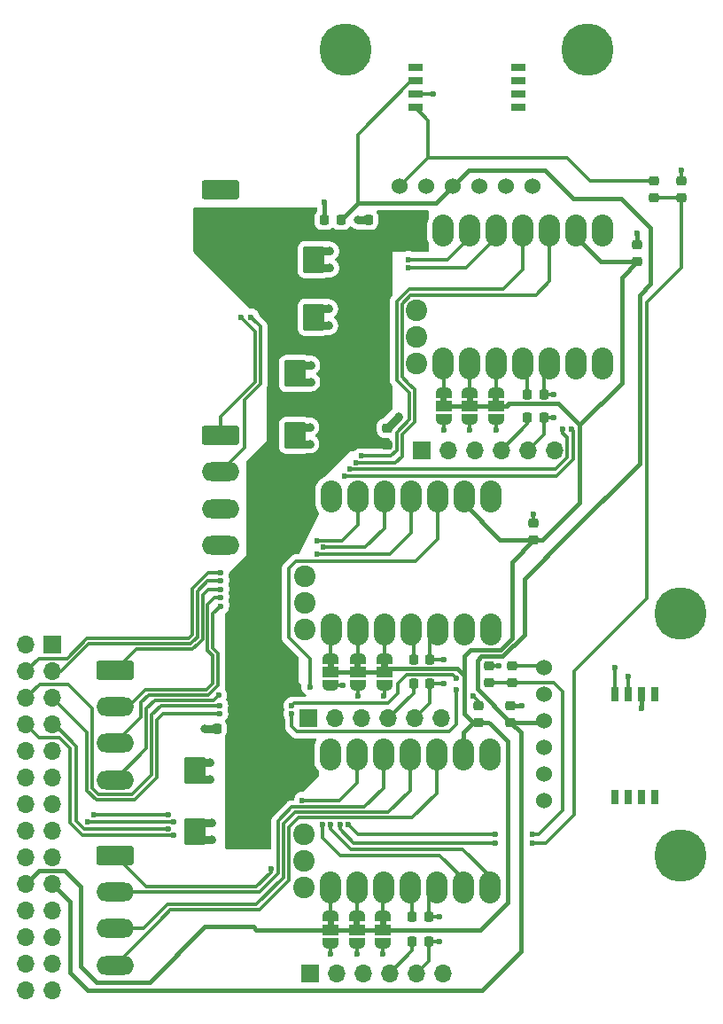
<source format=gbr>
G04 #@! TF.GenerationSoftware,KiCad,Pcbnew,5.99.0-unknown-14cba9723f~116~ubuntu18.04.1*
G04 #@! TF.CreationDate,2021-02-18T14:39:47+01:00*
G04 #@! TF.ProjectId,Uni_stick,556e695f-7374-4696-936b-2e6b69636164,rev?*
G04 #@! TF.SameCoordinates,Original*
G04 #@! TF.FileFunction,Copper,L1,Top*
G04 #@! TF.FilePolarity,Positive*
%FSLAX46Y46*%
G04 Gerber Fmt 4.6, Leading zero omitted, Abs format (unit mm)*
G04 Created by KiCad (PCBNEW 5.99.0-unknown-14cba9723f~116~ubuntu18.04.1) date 2021-02-18 14:39:47*
%MOMM*%
%LPD*%
G01*
G04 APERTURE LIST*
G04 Aperture macros list*
%AMRoundRect*
0 Rectangle with rounded corners*
0 $1 Rounding radius*
0 $2 $3 $4 $5 $6 $7 $8 $9 X,Y pos of 4 corners*
0 Add a 4 corners polygon primitive as box body*
4,1,4,$2,$3,$4,$5,$6,$7,$8,$9,$2,$3,0*
0 Add four circle primitives for the rounded corners*
1,1,$1+$1,$2,$3*
1,1,$1+$1,$4,$5*
1,1,$1+$1,$6,$7*
1,1,$1+$1,$8,$9*
0 Add four rect primitives between the rounded corners*
20,1,$1+$1,$2,$3,$4,$5,0*
20,1,$1+$1,$4,$5,$6,$7,0*
20,1,$1+$1,$6,$7,$8,$9,0*
20,1,$1+$1,$8,$9,$2,$3,0*%
%AMFreePoly0*
4,1,22,0.550000,-0.750000,0.000000,-0.750000,0.000000,-0.745033,-0.079941,-0.743568,-0.215256,-0.701293,-0.333266,-0.622738,-0.424486,-0.514219,-0.481581,-0.384460,-0.499164,-0.250000,-0.500000,-0.250000,-0.500000,0.250000,-0.499164,0.250000,-0.499963,0.256109,-0.478152,0.396186,-0.417904,0.524511,-0.324060,0.630769,-0.204165,0.706417,-0.067858,0.745374,0.000000,0.744959,0.000000,0.750000,
0.550000,0.750000,0.550000,-0.750000,0.550000,-0.750000,$1*%
%AMFreePoly1*
4,1,20,0.000000,0.744959,0.073905,0.744508,0.209726,0.703889,0.328688,0.626782,0.421226,0.519385,0.479903,0.390333,0.500000,0.250000,0.500000,-0.250000,0.499851,-0.262216,0.476331,-0.402017,0.414519,-0.529596,0.319384,-0.634700,0.198574,-0.708877,0.061801,-0.746166,0.000000,-0.745033,0.000000,-0.750000,-0.550000,-0.750000,-0.550000,0.750000,0.000000,0.750000,0.000000,0.744959,
0.000000,0.744959,$1*%
G04 Aperture macros list end*
G04 #@! TA.AperFunction,ComponentPad*
%ADD10R,1.700000X1.700000*%
G04 #@! TD*
G04 #@! TA.AperFunction,ComponentPad*
%ADD11O,1.700000X1.700000*%
G04 #@! TD*
G04 #@! TA.AperFunction,WasherPad*
%ADD12C,5.000000*%
G04 #@! TD*
G04 #@! TA.AperFunction,ComponentPad*
%ADD13C,1.524000*%
G04 #@! TD*
G04 #@! TA.AperFunction,ComponentPad*
%ADD14RoundRect,0.250000X-1.550000X0.650000X-1.550000X-0.650000X1.550000X-0.650000X1.550000X0.650000X0*%
G04 #@! TD*
G04 #@! TA.AperFunction,ComponentPad*
%ADD15O,3.600000X1.800000*%
G04 #@! TD*
G04 #@! TA.AperFunction,SMDPad,CuDef*
%ADD16FreePoly0,270.000000*%
G04 #@! TD*
G04 #@! TA.AperFunction,SMDPad,CuDef*
%ADD17R,1.500000X1.000000*%
G04 #@! TD*
G04 #@! TA.AperFunction,SMDPad,CuDef*
%ADD18FreePoly1,270.000000*%
G04 #@! TD*
G04 #@! TA.AperFunction,SMDPad,CuDef*
%ADD19RoundRect,0.218750X0.256250X-0.218750X0.256250X0.218750X-0.256250X0.218750X-0.256250X-0.218750X0*%
G04 #@! TD*
G04 #@! TA.AperFunction,SMDPad,CuDef*
%ADD20R,0.690000X1.350000*%
G04 #@! TD*
G04 #@! TA.AperFunction,SMDPad,CuDef*
%ADD21RoundRect,0.218750X0.218750X0.256250X-0.218750X0.256250X-0.218750X-0.256250X0.218750X-0.256250X0*%
G04 #@! TD*
G04 #@! TA.AperFunction,SMDPad,CuDef*
%ADD22RoundRect,0.250000X0.787500X1.025000X-0.787500X1.025000X-0.787500X-1.025000X0.787500X-1.025000X0*%
G04 #@! TD*
G04 #@! TA.AperFunction,SMDPad,CuDef*
%ADD23R,1.350000X0.690000*%
G04 #@! TD*
G04 #@! TA.AperFunction,ComponentPad*
%ADD24O,2.032000X3.048000*%
G04 #@! TD*
G04 #@! TA.AperFunction,ComponentPad*
%ADD25C,2.057400*%
G04 #@! TD*
G04 #@! TA.AperFunction,SMDPad,CuDef*
%ADD26RoundRect,0.218750X-0.218750X-0.256250X0.218750X-0.256250X0.218750X0.256250X-0.218750X0.256250X0*%
G04 #@! TD*
G04 #@! TA.AperFunction,ViaPad*
%ADD27C,0.600000*%
G04 #@! TD*
G04 #@! TA.AperFunction,ViaPad*
%ADD28C,0.800000*%
G04 #@! TD*
G04 #@! TA.AperFunction,Conductor*
%ADD29C,0.400000*%
G04 #@! TD*
G04 #@! TA.AperFunction,Conductor*
%ADD30C,0.800000*%
G04 #@! TD*
G04 #@! TA.AperFunction,Conductor*
%ADD31C,0.300000*%
G04 #@! TD*
G04 APERTURE END LIST*
G36*
X108400000Y-123300000D02*
G01*
X107800000Y-123300000D01*
X107800000Y-122800000D01*
X108400000Y-122800000D01*
X108400000Y-123300000D01*
G37*
G36*
X113550001Y-98700000D02*
G01*
X112950001Y-98700000D01*
X112950001Y-98200000D01*
X113550001Y-98200000D01*
X113550001Y-98700000D01*
G37*
G36*
X121700000Y-73300000D02*
G01*
X121100000Y-73300000D01*
X121100000Y-72800000D01*
X121700000Y-72800000D01*
X121700000Y-73300000D01*
G37*
G36*
X119200000Y-73300000D02*
G01*
X118600000Y-73300000D01*
X118600000Y-72800000D01*
X119200000Y-72800000D01*
X119200000Y-73300000D01*
G37*
G36*
X124200000Y-73300000D02*
G01*
X123600000Y-73300000D01*
X123600000Y-72800000D01*
X124200000Y-72800000D01*
X124200000Y-73300000D01*
G37*
G36*
X111000000Y-98700000D02*
G01*
X110400000Y-98700000D01*
X110400000Y-98200000D01*
X111000000Y-98200000D01*
X111000000Y-98700000D01*
G37*
G36*
X113400000Y-123300000D02*
G01*
X112800000Y-123300000D01*
X112800000Y-122800000D01*
X113400000Y-122800000D01*
X113400000Y-123300000D01*
G37*
G36*
X110900000Y-123300000D02*
G01*
X110300000Y-123300000D01*
X110300000Y-122800000D01*
X110900000Y-122800000D01*
X110900000Y-123300000D01*
G37*
G36*
X108400000Y-98700000D02*
G01*
X107800000Y-98700000D01*
X107800000Y-98200000D01*
X108400000Y-98200000D01*
X108400000Y-98700000D01*
G37*
D10*
X116800000Y-77900000D03*
D11*
X119340000Y-77900000D03*
X121880000Y-77900000D03*
X124420000Y-77900000D03*
X126960000Y-77900000D03*
X129500000Y-77900000D03*
D12*
X109495000Y-39700000D03*
X132605000Y-39700000D03*
D13*
X114700000Y-52700000D03*
X117240000Y-52700000D03*
X119780000Y-52700000D03*
X122320000Y-52700000D03*
X124860000Y-52700000D03*
X127400000Y-52700000D03*
D10*
X106100000Y-127900000D03*
D11*
X108640000Y-127900000D03*
X111180000Y-127900000D03*
X113720000Y-127900000D03*
X116260000Y-127900000D03*
X118800000Y-127900000D03*
D10*
X106000000Y-103500000D03*
D11*
X108540000Y-103500000D03*
X111080000Y-103500000D03*
X113620000Y-103500000D03*
X116160000Y-103500000D03*
X118700000Y-103500000D03*
D14*
X87500000Y-98900000D03*
D15*
X87500000Y-102400000D03*
X87500000Y-105900000D03*
X87500000Y-109400000D03*
D16*
X108100000Y-122400000D03*
D17*
X108100000Y-123700000D03*
D18*
X108100000Y-125000000D03*
D19*
X125400000Y-100087500D03*
X125400000Y-98512500D03*
D16*
X113250001Y-97800000D03*
D17*
X113250001Y-99100000D03*
D18*
X113250001Y-100400000D03*
D20*
X139105000Y-101197500D03*
X137835000Y-101197500D03*
X136565000Y-101197500D03*
X135295000Y-101197500D03*
X135295000Y-111027500D03*
X136565000Y-111027500D03*
X137835000Y-111027500D03*
X139105000Y-111027500D03*
D21*
X113287500Y-55900000D03*
X111712500Y-55900000D03*
D19*
X123200000Y-100087500D03*
X123200000Y-98512500D03*
D16*
X121400000Y-72400000D03*
D17*
X121400000Y-73700000D03*
D18*
X121400000Y-75000000D03*
D22*
X112712500Y-59700000D03*
X106487500Y-59700000D03*
D23*
X116197500Y-41395000D03*
X116197500Y-42665000D03*
X116197500Y-43935000D03*
X116197500Y-45205000D03*
X126027500Y-45205000D03*
X126027500Y-43935000D03*
X126027500Y-42665000D03*
X126027500Y-41395000D03*
D14*
X87500000Y-116600000D03*
D15*
X87500000Y-120100000D03*
X87500000Y-123600000D03*
X87500000Y-127100000D03*
D19*
X122200000Y-103887500D03*
X122200000Y-102312500D03*
D24*
X134090000Y-56950000D03*
X131550000Y-56950000D03*
X129010000Y-56950000D03*
X126470000Y-56950000D03*
X123930000Y-56950000D03*
X121390000Y-56950000D03*
X118850000Y-56950000D03*
X116310000Y-56950000D03*
X134090000Y-69650000D03*
X131550000Y-69650000D03*
X129010000Y-69650000D03*
X126470000Y-69650000D03*
X123930000Y-69650000D03*
X121390000Y-69650000D03*
X118850000Y-69650000D03*
D25*
X116310000Y-69650000D03*
X116310000Y-64570000D03*
X116310000Y-67110000D03*
D19*
X141600000Y-53787500D03*
X141600000Y-52212500D03*
D26*
X126912500Y-72600000D03*
X128487500Y-72600000D03*
D12*
X141500000Y-116605000D03*
X141500000Y-93495000D03*
D13*
X128500000Y-98700000D03*
X128500000Y-101240000D03*
X128500000Y-103780000D03*
X128500000Y-106320000D03*
X128500000Y-108860000D03*
X128500000Y-111400000D03*
D24*
X123290000Y-106950000D03*
X120750000Y-106950000D03*
X118210000Y-106950000D03*
X115670000Y-106950000D03*
X113130000Y-106950000D03*
X110590000Y-106950000D03*
X108050000Y-106950000D03*
X105510000Y-106950000D03*
X123290000Y-119650000D03*
X120750000Y-119650000D03*
X118210000Y-119650000D03*
X115670000Y-119650000D03*
X113130000Y-119650000D03*
X110590000Y-119650000D03*
X108050000Y-119650000D03*
D25*
X105510000Y-119650000D03*
X105510000Y-114570000D03*
X105510000Y-117110000D03*
D16*
X118900000Y-72400000D03*
D17*
X118900000Y-73700000D03*
D18*
X118900000Y-75000000D03*
D14*
X97600000Y-53000000D03*
D15*
X97600000Y-56500000D03*
D22*
X101312500Y-114300000D03*
X95087500Y-114300000D03*
D21*
X109087500Y-55900000D03*
X107512500Y-55900000D03*
D19*
X113500000Y-77387500D03*
X113500000Y-75812500D03*
D26*
X116012500Y-100200000D03*
X117587500Y-100200000D03*
D22*
X101312500Y-108500000D03*
X95087500Y-108500000D03*
D16*
X123900000Y-72400000D03*
D17*
X123900000Y-73700000D03*
D18*
X123900000Y-75000000D03*
D16*
X110700000Y-97800000D03*
D17*
X110700000Y-99100000D03*
D18*
X110700000Y-100400000D03*
D24*
X123390000Y-82350000D03*
X120850000Y-82350000D03*
X118310000Y-82350000D03*
X115770000Y-82350000D03*
X113230000Y-82350000D03*
X110690000Y-82350000D03*
X108150000Y-82350000D03*
X105610000Y-82350000D03*
X123390000Y-95050000D03*
X120850000Y-95050000D03*
X118310000Y-95050000D03*
X115770000Y-95050000D03*
X113230000Y-95050000D03*
X110690000Y-95050000D03*
X108150000Y-95050000D03*
D25*
X105610000Y-95050000D03*
X105610000Y-89970000D03*
X105610000Y-92510000D03*
D14*
X97600000Y-76500000D03*
D15*
X97600000Y-80000000D03*
X97600000Y-83500000D03*
X97600000Y-87000000D03*
D22*
X112712500Y-65200000D03*
X106487500Y-65200000D03*
D16*
X113100000Y-122400000D03*
D17*
X113100000Y-123700000D03*
D18*
X113100000Y-125000000D03*
D16*
X110600000Y-122400000D03*
D17*
X110600000Y-123700000D03*
D18*
X110600000Y-125000000D03*
D26*
X116012500Y-97900000D03*
X117587500Y-97900000D03*
D22*
X110912500Y-70600000D03*
X104687500Y-70600000D03*
D19*
X125300000Y-103887500D03*
X125300000Y-102312500D03*
X127500000Y-86487500D03*
X127500000Y-84912500D03*
D21*
X98787500Y-104500000D03*
X97212500Y-104500000D03*
D19*
X137400000Y-59887500D03*
X137400000Y-58312500D03*
D16*
X108100000Y-97800000D03*
D17*
X108100000Y-99100000D03*
D18*
X108100000Y-100400000D03*
D26*
X115912500Y-122500000D03*
X117487500Y-122500000D03*
D19*
X139000000Y-53787500D03*
X139000000Y-52212500D03*
D26*
X115912500Y-124800000D03*
X117487500Y-124800000D03*
D22*
X110912500Y-76500000D03*
X104687500Y-76500000D03*
D26*
X126912500Y-74800000D03*
X128487500Y-74800000D03*
D10*
X81540000Y-96510000D03*
D11*
X79000000Y-96510000D03*
X81540000Y-99050000D03*
X79000000Y-99050000D03*
X81540000Y-101590000D03*
X79000000Y-101590000D03*
X81540000Y-104130000D03*
X79000000Y-104130000D03*
X81540000Y-106670000D03*
X79000000Y-106670000D03*
X81540000Y-109210000D03*
X79000000Y-109210000D03*
X81540000Y-111750000D03*
X79000000Y-111750000D03*
X81540000Y-114290000D03*
X79000000Y-114290000D03*
X81540000Y-116830000D03*
X79000000Y-116830000D03*
X81540000Y-119370000D03*
X79000000Y-119370000D03*
X81540000Y-121910000D03*
X79000000Y-121910000D03*
X81540000Y-124450000D03*
X79000000Y-124450000D03*
X81540000Y-126990000D03*
X79000000Y-126990000D03*
X81540000Y-129530000D03*
X79000000Y-129530000D03*
D27*
X113100000Y-126000000D03*
X118900000Y-76000000D03*
D28*
X96700000Y-115100000D03*
X107900000Y-64400000D03*
X108000000Y-58900000D03*
D27*
X127500000Y-84000000D03*
X123900000Y-76000000D03*
D28*
X110700000Y-55900000D03*
D27*
X117900000Y-43900000D03*
X110600000Y-126000000D03*
X109300000Y-100400000D03*
X137400000Y-57200000D03*
D28*
X106100000Y-77300000D03*
X108000000Y-60500000D03*
X106200000Y-69800000D03*
D27*
X108100000Y-126000000D03*
D28*
X107900000Y-66000000D03*
X106100000Y-75700000D03*
D27*
X126400000Y-102300000D03*
D28*
X96600000Y-107700000D03*
D27*
X121400000Y-76000000D03*
X110700000Y-101400000D03*
D28*
X106200000Y-71400000D03*
D27*
X121700000Y-101400000D03*
X107500000Y-54200000D03*
D28*
X114600000Y-74700000D03*
D27*
X113200000Y-101400000D03*
D28*
X96100000Y-104500000D03*
X96700000Y-113500000D03*
D27*
X141600000Y-51200000D03*
X136500000Y-99500000D03*
X124200000Y-98500000D03*
D28*
X96600000Y-109300000D03*
D27*
X137800000Y-102600000D03*
X92587851Y-114050000D03*
X108100000Y-113700000D03*
X107300000Y-113700000D03*
X93100000Y-114700000D03*
X104400000Y-103100000D03*
X120100000Y-100800000D03*
X97500000Y-103100000D03*
X104400000Y-102300000D03*
X97500000Y-102300000D03*
X120100000Y-99700000D03*
X97600000Y-90399991D03*
X109400000Y-80400000D03*
X131100000Y-75900000D03*
X130300000Y-75900000D03*
X109950000Y-79750000D03*
X97600000Y-89599988D03*
X102400000Y-117900000D03*
X105400000Y-111350000D03*
X110500000Y-79100000D03*
X111050000Y-78450000D03*
X100500000Y-65200000D03*
X115500000Y-60500003D03*
X99500000Y-65200000D03*
X115500000Y-59700000D03*
X129400000Y-74800000D03*
X129400000Y-72600000D03*
X106100000Y-100500000D03*
X97400000Y-101300000D03*
X97600000Y-92800000D03*
X106800000Y-87850000D03*
X97600000Y-91999997D03*
X107400000Y-87200000D03*
X106785421Y-86550000D03*
X97600000Y-91199994D03*
X118900000Y-100200000D03*
X118900000Y-97900000D03*
X118500000Y-122500000D03*
X118500000Y-124800000D03*
X135300000Y-98700000D03*
X123800000Y-114600000D03*
X127400000Y-114600000D03*
X92600000Y-112750000D03*
X85500000Y-112750000D03*
X109800003Y-113700000D03*
X109000000Y-113700000D03*
X84900000Y-113400000D03*
X123800000Y-115400000D03*
X127400000Y-115400000D03*
X93100000Y-113400000D03*
D29*
X100700000Y-123400000D02*
X101000000Y-123700000D01*
X121687500Y-103887500D02*
X120900000Y-103100000D01*
X110600000Y-123700000D02*
X113100000Y-123700000D01*
X123350000Y-104050000D02*
X123187500Y-103887500D01*
X121712500Y-103887500D02*
X120750000Y-104850000D01*
X125124990Y-73475010D02*
X124900000Y-73700000D01*
X135900000Y-71500000D02*
X135900000Y-61387500D01*
X120850000Y-83050000D02*
X120850000Y-82350000D01*
X113100000Y-123700000D02*
X122400000Y-123700000D01*
X110700000Y-99100000D02*
X113250001Y-99100000D01*
X79000000Y-119370000D02*
X80270000Y-118100000D01*
X82700000Y-118100000D02*
X84200000Y-119600000D01*
X101000000Y-123700000D02*
X108100000Y-123700000D01*
X137400000Y-59887500D02*
X133887500Y-59887500D01*
X124300000Y-97000000D02*
X125400000Y-95900000D01*
X113250001Y-99100000D02*
X113550001Y-98800000D01*
X130100000Y-73700000D02*
X130300000Y-73900000D01*
X84200000Y-119600000D02*
X84200000Y-127200000D01*
X122400000Y-123700000D02*
X125000000Y-121100000D01*
X84200000Y-127200000D02*
X85700000Y-128700000D01*
X123187500Y-103887500D02*
X122200000Y-103887500D01*
X120900000Y-99463998D02*
X120900000Y-97600000D01*
X125400000Y-94200000D02*
X125400000Y-95900000D01*
X120211012Y-98775010D02*
X120718001Y-99281999D01*
X127500000Y-86487500D02*
X125187500Y-86487500D01*
X130100000Y-73700000D02*
X129875010Y-73475010D01*
X120900000Y-103100000D02*
X120900000Y-99463998D01*
X90800000Y-128700000D02*
X96100000Y-123400000D01*
X122200000Y-103887500D02*
X121712500Y-103887500D01*
X121400000Y-73700000D02*
X118900000Y-73700000D01*
X125000000Y-121100000D02*
X125000000Y-105700000D01*
X125000000Y-105700000D02*
X123350000Y-104050000D01*
X131550000Y-57550000D02*
X131550000Y-56950000D01*
X124287500Y-86487500D02*
X120850000Y-83050000D01*
X135900000Y-61387500D02*
X137400000Y-59887500D01*
X129875010Y-73475010D02*
X125124990Y-73475010D01*
X120900000Y-97600000D02*
X121500000Y-97000000D01*
X113250001Y-99100000D02*
X113574991Y-98775010D01*
X124900000Y-73700000D02*
X123900000Y-73700000D01*
X127500000Y-86487500D02*
X128312500Y-86487500D01*
X128312500Y-86487500D02*
X131900000Y-82900000D01*
X120750000Y-104850000D02*
X120750000Y-106950000D01*
X121500000Y-97000000D02*
X124300000Y-97000000D01*
X125400000Y-88587500D02*
X127500000Y-86487500D01*
X85700000Y-128700000D02*
X90800000Y-128700000D01*
X125187500Y-86487500D02*
X124287500Y-86487500D01*
X120900000Y-99463998D02*
X120718001Y-99281999D01*
X96100000Y-123400000D02*
X100700000Y-123400000D01*
X108100000Y-123700000D02*
X110600000Y-123700000D01*
X133887500Y-59887500D02*
X131550000Y-57550000D01*
X131900000Y-75500000D02*
X130300000Y-73900000D01*
X108100000Y-99100000D02*
X110700000Y-99100000D01*
X113574991Y-98775010D02*
X120211012Y-98775010D01*
X131900000Y-82900000D02*
X131900000Y-75500000D01*
X131900000Y-75500000D02*
X135900000Y-71500000D01*
X125400000Y-94200000D02*
X125400000Y-88587500D01*
X122200000Y-103887500D02*
X121687500Y-103887500D01*
X80270000Y-118100000D02*
X82700000Y-118100000D01*
X123900000Y-73700000D02*
X121400000Y-73700000D01*
D30*
X105500000Y-75700000D02*
X106100000Y-75700000D01*
D29*
X137400000Y-58312500D02*
X137400000Y-57200000D01*
D30*
X95900000Y-107700000D02*
X96600000Y-107700000D01*
D31*
X113100000Y-125000000D02*
X113100000Y-126000000D01*
D30*
X95887500Y-115100000D02*
X96700000Y-115100000D01*
D31*
X117865000Y-43935000D02*
X117900000Y-43900000D01*
D30*
X95087500Y-108500000D02*
X95100000Y-108500000D01*
D31*
X124187500Y-98512500D02*
X124200000Y-98500000D01*
X118900000Y-75000000D02*
X118900000Y-76000000D01*
D30*
X107287500Y-66000000D02*
X107900000Y-66000000D01*
D31*
X123200000Y-98512500D02*
X124187500Y-98512500D01*
D30*
X113500000Y-75812500D02*
X113500000Y-75800000D01*
X111712500Y-55900000D02*
X110700000Y-55900000D01*
D31*
X122200000Y-102312500D02*
X122200000Y-101900000D01*
D30*
X104687500Y-70600000D02*
X105487500Y-69800000D01*
D31*
X113250001Y-101349999D02*
X113200000Y-101400000D01*
X108100000Y-100400000D02*
X109300000Y-100400000D01*
D30*
X106487500Y-65200000D02*
X107287500Y-64400000D01*
X104687500Y-76500000D02*
X104700000Y-76500000D01*
X104687500Y-76500000D02*
X105487500Y-77300000D01*
D29*
X126387500Y-102312500D02*
X126400000Y-102300000D01*
D31*
X122200000Y-101900000D02*
X121700000Y-101400000D01*
X116197500Y-43935000D02*
X117865000Y-43935000D01*
D30*
X95087500Y-108500000D02*
X95887500Y-109300000D01*
D31*
X136565000Y-99565000D02*
X136500000Y-99500000D01*
X110700000Y-100400000D02*
X110700000Y-101400000D01*
D30*
X113500000Y-75800000D02*
X114600000Y-74700000D01*
X95887500Y-113500000D02*
X96700000Y-113500000D01*
D29*
X125300000Y-102312500D02*
X126387500Y-102312500D01*
X107512500Y-54212500D02*
X107500000Y-54200000D01*
D31*
X110600000Y-125000000D02*
X110600000Y-126000000D01*
D30*
X105487500Y-71400000D02*
X106200000Y-71400000D01*
X106487500Y-65200000D02*
X107287500Y-66000000D01*
X95887500Y-109300000D02*
X96600000Y-109300000D01*
X106487500Y-59700000D02*
X107287500Y-58900000D01*
D31*
X136565000Y-101197500D02*
X136565000Y-99565000D01*
D30*
X106487500Y-59700000D02*
X106500000Y-59700000D01*
X104687500Y-70600000D02*
X105487500Y-71400000D01*
D31*
X108100000Y-125000000D02*
X108100000Y-126000000D01*
X123900000Y-75000000D02*
X123900000Y-76000000D01*
D30*
X107287500Y-64400000D02*
X107900000Y-64400000D01*
D31*
X141600000Y-52212500D02*
X141600000Y-51200000D01*
D30*
X95087500Y-114300000D02*
X95887500Y-115100000D01*
X95100000Y-108500000D02*
X95900000Y-107700000D01*
D31*
X127500000Y-84912500D02*
X127500000Y-84000000D01*
D30*
X107287500Y-58900000D02*
X108000000Y-58900000D01*
D31*
X113250001Y-100400000D02*
X113250001Y-101349999D01*
D30*
X107300000Y-60500000D02*
X108000000Y-60500000D01*
X106500000Y-59700000D02*
X107300000Y-60500000D01*
X95087500Y-114300000D02*
X95887500Y-113500000D01*
X105487500Y-69800000D02*
X106200000Y-69800000D01*
X104700000Y-76500000D02*
X105500000Y-75700000D01*
D31*
X121400000Y-75000000D02*
X121400000Y-76000000D01*
D30*
X97212500Y-104500000D02*
X96100000Y-104500000D01*
X105487500Y-77300000D02*
X106100000Y-77300000D01*
D29*
X107512500Y-55900000D02*
X107512500Y-54212500D01*
X81540000Y-119370000D02*
X83200000Y-121030000D01*
X83200000Y-127800000D02*
X84900000Y-129500000D01*
X137800000Y-101232500D02*
X137835000Y-101197500D01*
X122499990Y-97600010D02*
X124548533Y-97600009D01*
X138650000Y-56675000D02*
X135887500Y-53912500D01*
X137600000Y-63100000D02*
X138650000Y-62050000D01*
X125300000Y-103887500D02*
X128392500Y-103887500D01*
X137600000Y-79200000D02*
X137600000Y-63100000D01*
X84900000Y-129500000D02*
X122600000Y-129500000D01*
X128600000Y-51200000D02*
X121280000Y-51200000D01*
X135887500Y-53912500D02*
X131312500Y-53912500D01*
X131312500Y-53912500D02*
X128600000Y-51200000D01*
X109087500Y-55900000D02*
X110687500Y-54300000D01*
D31*
X115817480Y-42665000D02*
X110687500Y-47794980D01*
D29*
X138650000Y-62050000D02*
X138650000Y-56675000D01*
X137800000Y-102600000D02*
X137800000Y-101232500D01*
X110687500Y-54300000D02*
X118180000Y-54300000D01*
X122100000Y-98000000D02*
X122499990Y-97600010D01*
X124548533Y-97600009D02*
X126600000Y-95548542D01*
X128392500Y-103887500D02*
X128500000Y-103780000D01*
X125300000Y-103887500D02*
X122100000Y-100687500D01*
X122100000Y-100687500D02*
X122100000Y-98000000D01*
X122600000Y-129500000D02*
X126300000Y-125800000D01*
X121280000Y-51200000D02*
X119780000Y-52700000D01*
X126600000Y-95548542D02*
X126600000Y-90200000D01*
X126300000Y-125800000D02*
X126300000Y-104887500D01*
X83200000Y-121030000D02*
X83200000Y-127800000D01*
X130800000Y-86000000D02*
X137600000Y-79200000D01*
X126600000Y-90200000D02*
X130800000Y-86000000D01*
X126300000Y-104887500D02*
X125300000Y-103887500D01*
D31*
X110687500Y-47794980D02*
X110687500Y-54300000D01*
D29*
X118180000Y-54300000D02*
X119780000Y-52700000D01*
D31*
X116197500Y-42665000D02*
X115817480Y-42665000D01*
X120700000Y-116000000D02*
X110000000Y-116000000D01*
X108100000Y-114100000D02*
X108100000Y-113700000D01*
X81730000Y-104130000D02*
X81540000Y-104130000D01*
X84550000Y-114050000D02*
X92587851Y-114050000D01*
X123290000Y-119750000D02*
X123290000Y-118590000D01*
X83800000Y-106200000D02*
X81730000Y-104130000D01*
X83800000Y-113300000D02*
X84550000Y-114050000D01*
X123290000Y-118590000D02*
X120700000Y-116000000D01*
X110000000Y-116000000D02*
X108100000Y-114100000D01*
X83800000Y-113300000D02*
X83800000Y-111800000D01*
X123290000Y-119650000D02*
X123290000Y-118590000D01*
X83800000Y-111800000D02*
X83800000Y-106200000D01*
X109000000Y-116600000D02*
X107300000Y-114900000D01*
X83200000Y-112000000D02*
X83200000Y-106400000D01*
X84400000Y-114700000D02*
X83200000Y-113500000D01*
X118500000Y-116600000D02*
X109000000Y-116600000D01*
X83200000Y-113500000D02*
X83200000Y-112000000D01*
X80270000Y-105400000D02*
X79000000Y-104130000D01*
X120750000Y-119650000D02*
X120750000Y-118850000D01*
X82200000Y-105400000D02*
X80270000Y-105400000D01*
X93100000Y-114700000D02*
X91500000Y-114700000D01*
X83200000Y-106400000D02*
X82200000Y-105400000D01*
X120750000Y-118850000D02*
X118500000Y-116600000D01*
X91000000Y-114700000D02*
X91500000Y-114700000D01*
X91000000Y-114700000D02*
X84400000Y-114700000D01*
X107300000Y-114900000D02*
X107300000Y-113700000D01*
X92100000Y-103100000D02*
X97500000Y-103100000D01*
X91500020Y-103699980D02*
X92100000Y-103100000D01*
X89400000Y-111300000D02*
X91500020Y-109199980D01*
X84800000Y-110407120D02*
X85692880Y-111300000D01*
X104900000Y-104800000D02*
X107600000Y-104800000D01*
X104400000Y-103100000D02*
X104400000Y-104300000D01*
X119400000Y-104800000D02*
X119600000Y-104600000D01*
X104400000Y-104300000D02*
X104900000Y-104800000D01*
X85692880Y-111300000D02*
X89400000Y-111300000D01*
X81540000Y-101590000D02*
X84800000Y-104850000D01*
X107600000Y-104800000D02*
X119400000Y-104800000D01*
X120100000Y-104100000D02*
X120100000Y-100800000D01*
X91500020Y-109199980D02*
X91500020Y-103699980D01*
X119600000Y-104600000D02*
X120100000Y-104100000D01*
X84800000Y-104850000D02*
X84800000Y-110407120D01*
X107600000Y-102100000D02*
X104600000Y-102100000D01*
X89100000Y-110800000D02*
X85900000Y-110800000D01*
X85300000Y-102600000D02*
X83000000Y-100300000D01*
X107600000Y-102100000D02*
X113500000Y-102100000D01*
X115349990Y-99350010D02*
X119750010Y-99350010D01*
X104600000Y-102100000D02*
X104400000Y-102300000D01*
X114500000Y-101100000D02*
X114500000Y-100200000D01*
X92399980Y-102300020D02*
X91899980Y-102300020D01*
X113500000Y-102100000D02*
X113549999Y-102050001D01*
X119750010Y-99350010D02*
X120100000Y-99700000D01*
X91000010Y-108899990D02*
X89100000Y-110800000D01*
X85300000Y-110200000D02*
X85300000Y-102600000D01*
X83000000Y-100300000D02*
X80290000Y-100300000D01*
X97499980Y-102300020D02*
X97500000Y-102300000D01*
X85900000Y-110800000D02*
X85300000Y-110200000D01*
X91899980Y-102300020D02*
X91000010Y-103199990D01*
X92399980Y-102300020D02*
X97499980Y-102300020D01*
X80290000Y-100300000D02*
X79000000Y-101590000D01*
X114500000Y-100200000D02*
X115349990Y-99350010D01*
X91000010Y-103199990D02*
X91000010Y-108899990D01*
X113549999Y-102050001D02*
X114500000Y-101100000D01*
X95350010Y-95757110D02*
X95350010Y-91357110D01*
X109400000Y-80400000D02*
X129700000Y-80400000D01*
X95350010Y-91357110D02*
X96307129Y-90399991D01*
X131300000Y-78800000D02*
X131300000Y-76100000D01*
X131300000Y-76100000D02*
X131100000Y-75900000D01*
X129700000Y-80400000D02*
X131300000Y-78800000D01*
X81540000Y-99050000D02*
X82357120Y-99050000D01*
X96307129Y-90399991D02*
X97600000Y-90399991D01*
X94707110Y-96400010D02*
X94953560Y-96153560D01*
X85007110Y-96400010D02*
X94707110Y-96400010D01*
X82357120Y-99050000D02*
X85007110Y-96400010D01*
X94953560Y-96153560D02*
X95350010Y-95757110D01*
X130700000Y-78600000D02*
X130700000Y-76700000D01*
X130300000Y-76300000D02*
X130300000Y-75900000D01*
X94500000Y-95900000D02*
X94850000Y-95550000D01*
X82900000Y-97800000D02*
X84800000Y-95900000D01*
X109950000Y-79750000D02*
X129550000Y-79750000D01*
X129550000Y-79750000D02*
X130700000Y-78600000D01*
X97200012Y-89599988D02*
X97600000Y-89599988D01*
X84800000Y-95900000D02*
X94500000Y-95900000D01*
X130700000Y-76700000D02*
X130300000Y-76300000D01*
X96400012Y-89599988D02*
X97200012Y-89599988D01*
X79000000Y-99050000D02*
X80250000Y-97800000D01*
X94850000Y-95550000D02*
X94850000Y-91150000D01*
X94850000Y-91150000D02*
X96400012Y-89599988D01*
X80250000Y-97800000D02*
X82900000Y-97800000D01*
X110700000Y-95060000D02*
X110690000Y-95050000D01*
X110700000Y-97800000D02*
X110700000Y-95060000D01*
X108100000Y-97800000D02*
X108100000Y-95100000D01*
X108100000Y-95100000D02*
X108150000Y-95050000D01*
X102400000Y-118200000D02*
X102400000Y-117900000D01*
X101000000Y-119600000D02*
X102400000Y-118200000D01*
X108950000Y-111350000D02*
X110590000Y-109710000D01*
X87500000Y-116600000D02*
X90500000Y-119600000D01*
X105400000Y-111350000D02*
X108950000Y-111350000D01*
X110590000Y-109710000D02*
X110590000Y-106950000D01*
X90500000Y-119600000D02*
X101000000Y-119600000D01*
X117400000Y-46407500D02*
X117400000Y-50000000D01*
X117400000Y-50000000D02*
X114700000Y-52700000D01*
X116197500Y-45205000D02*
X117400000Y-46407500D01*
X132912500Y-52212500D02*
X130700000Y-50000000D01*
X139000000Y-52212500D02*
X132912500Y-52212500D01*
X130700000Y-50000000D02*
X117400000Y-50000000D01*
X114900000Y-78500000D02*
X114900000Y-77900000D01*
X114900000Y-70900000D02*
X114900000Y-63939522D01*
X116100010Y-72100010D02*
X115550000Y-71550000D01*
X129010000Y-61790000D02*
X127700000Y-63100000D01*
X116100010Y-75207110D02*
X116100010Y-72100010D01*
X129010000Y-56950000D02*
X129010000Y-61790000D01*
X115550000Y-71550000D02*
X114900000Y-70900000D01*
X113000000Y-79100000D02*
X114300000Y-79100000D01*
X114900000Y-63939522D02*
X115739522Y-63100000D01*
X114900000Y-77900000D02*
X114900000Y-77400000D01*
X114900000Y-76407120D02*
X116100010Y-75207110D01*
X110500000Y-79100000D02*
X113000000Y-79100000D01*
X114900000Y-77400000D02*
X114900000Y-76407120D01*
X127700000Y-63100000D02*
X115739522Y-63100000D01*
X114300000Y-79100000D02*
X114900000Y-78500000D01*
X114400000Y-76200000D02*
X115600000Y-75000000D01*
X115350000Y-72150000D02*
X114400000Y-71200000D01*
X126470000Y-60630000D02*
X126470000Y-56950000D01*
X114400000Y-77766850D02*
X114400000Y-77400000D01*
X124600000Y-62500000D02*
X126470000Y-60630000D01*
X115600000Y-72400000D02*
X115350000Y-72150000D01*
X114400000Y-77766850D02*
X114400000Y-77900000D01*
X114400000Y-77000000D02*
X114400000Y-76200000D01*
X114400000Y-71200000D02*
X114400000Y-70700000D01*
X114400000Y-63700000D02*
X115600000Y-62500000D01*
X115600000Y-62500000D02*
X124600000Y-62500000D01*
X114400000Y-70700000D02*
X114400000Y-63700000D01*
X111050000Y-78450000D02*
X112750000Y-78450000D01*
X114400000Y-77900000D02*
X113850000Y-78450000D01*
X112750000Y-78450000D02*
X113850000Y-78450000D01*
X115600000Y-75000000D02*
X115600000Y-72400000D01*
X114400000Y-77400000D02*
X114400000Y-77000000D01*
X101150000Y-65850000D02*
X101400010Y-66100010D01*
X99900000Y-73107120D02*
X99900000Y-77700000D01*
X115500000Y-60500003D02*
X120999997Y-60500003D01*
X101400010Y-71607110D02*
X99900000Y-73107120D01*
X97600000Y-80000000D02*
X99900000Y-77700000D01*
X120999997Y-60500003D02*
X123930000Y-57570000D01*
X123930000Y-57570000D02*
X123930000Y-56950000D01*
X101400010Y-66100010D02*
X101400010Y-71607110D01*
X101150000Y-65850000D02*
X100500000Y-65200000D01*
X115500000Y-59700000D02*
X119300000Y-59700000D01*
X97600000Y-74700000D02*
X97600000Y-76500000D01*
X100350000Y-66050000D02*
X99500000Y-65200000D01*
X100350000Y-66050000D02*
X100900000Y-66600000D01*
X119300000Y-59700000D02*
X121390000Y-57610000D01*
X121390000Y-57610000D02*
X121390000Y-56950000D01*
X100900000Y-66600000D02*
X100900000Y-71400000D01*
X100900000Y-71400000D02*
X97600000Y-74700000D01*
X128487500Y-72600000D02*
X129400000Y-72600000D01*
X128487500Y-70172500D02*
X129010000Y-69650000D01*
X128487500Y-76372500D02*
X126960000Y-77900000D01*
X128487500Y-72600000D02*
X128487500Y-70172500D01*
X128487500Y-74800000D02*
X128487500Y-76372500D01*
X128487500Y-74800000D02*
X129400000Y-74800000D01*
X126912500Y-75407500D02*
X124420000Y-77900000D01*
X126912500Y-74800000D02*
X126912500Y-75407500D01*
X104800000Y-88500000D02*
X116200000Y-88500000D01*
X104100000Y-89200000D02*
X104800000Y-88500000D01*
X96899990Y-101800010D02*
X97400000Y-101300000D01*
X87500000Y-109400000D02*
X90500000Y-106400000D01*
X90500000Y-106400000D02*
X90500000Y-102600000D01*
X90500000Y-102600000D02*
X91299990Y-101800010D01*
X104100000Y-95800000D02*
X104100000Y-89200000D01*
X116200000Y-88500000D02*
X118310000Y-86390000D01*
X91299990Y-101800010D02*
X96899990Y-101800010D01*
X106100000Y-100500000D02*
X106100000Y-97800000D01*
X106100000Y-97800000D02*
X104100000Y-95800000D01*
X118310000Y-86390000D02*
X118310000Y-82350000D01*
X97300010Y-100407110D02*
X97300010Y-97292890D01*
X90000000Y-102000000D02*
X90700000Y-101300000D01*
X96850040Y-93549960D02*
X97600000Y-92800000D01*
X96903560Y-100803560D02*
X97300010Y-100407110D01*
X90700000Y-101300000D02*
X92100000Y-101300000D01*
X115770000Y-85830000D02*
X115770000Y-82350000D01*
X96850040Y-96842920D02*
X96850040Y-93549960D01*
X96407120Y-101300000D02*
X96903560Y-100803560D01*
X97300010Y-97292890D02*
X96850040Y-96842920D01*
X92100000Y-101300000D02*
X96407120Y-101300000D01*
X90000000Y-103400000D02*
X90000000Y-102000000D01*
X106800000Y-87850000D02*
X113750000Y-87850000D01*
X87500000Y-105900000D02*
X90000000Y-103400000D01*
X113750000Y-87850000D02*
X115770000Y-85830000D01*
X96800000Y-97500000D02*
X96350030Y-97050030D01*
X90400000Y-100800000D02*
X96200000Y-100800000D01*
X88800000Y-102400000D02*
X90400000Y-100800000D01*
X96200000Y-100800000D02*
X96400000Y-100600000D01*
X107400000Y-87200000D02*
X111400000Y-87200000D01*
X97000003Y-91999997D02*
X97600000Y-91999997D01*
X87500000Y-102400000D02*
X88800000Y-102400000D01*
X96800000Y-100200000D02*
X96800000Y-97500000D01*
X96350030Y-97050030D02*
X96350030Y-92649970D01*
X96350030Y-92649970D02*
X97000003Y-91999997D01*
X113230000Y-85370000D02*
X113230000Y-82350000D01*
X96400000Y-100600000D02*
X96800000Y-100200000D01*
X111400000Y-87200000D02*
X113230000Y-85370000D01*
X94914220Y-96900020D02*
X95457120Y-96357120D01*
X95850020Y-95964220D02*
X95850020Y-91749980D01*
X110690000Y-85010000D02*
X110690000Y-82350000D01*
X89499980Y-96900020D02*
X94914220Y-96900020D01*
X95457120Y-96357120D02*
X95850020Y-95964220D01*
X106785421Y-86550000D02*
X109150000Y-86550000D01*
X96400006Y-91199994D02*
X97600000Y-91199994D01*
X87500000Y-98900000D02*
X89499980Y-96900020D01*
X95850020Y-91749980D02*
X96400006Y-91199994D01*
X109150000Y-86550000D02*
X110690000Y-85010000D01*
X117587500Y-102072500D02*
X116160000Y-103500000D01*
X117587500Y-97900000D02*
X117587500Y-95772500D01*
X117587500Y-95772500D02*
X118310000Y-95050000D01*
X117587500Y-97900000D02*
X118900000Y-97900000D01*
X117587500Y-100200000D02*
X118900000Y-100200000D01*
X117587500Y-100200000D02*
X117587500Y-102072500D01*
X116012500Y-101107500D02*
X113620000Y-103500000D01*
X116012500Y-100200000D02*
X116012500Y-101107500D01*
X91800000Y-122800000D02*
X92800000Y-121800000D01*
X118210000Y-110690000D02*
X118210000Y-106950000D01*
X104100000Y-113900000D02*
X105000000Y-113000000D01*
X105000000Y-113000000D02*
X115900000Y-113000000D01*
X101300000Y-121800000D02*
X104100000Y-119000000D01*
X115900000Y-113000000D02*
X118210000Y-110690000D01*
X92800000Y-121800000D02*
X101300000Y-121800000D01*
X104100000Y-119000000D02*
X104100000Y-113900000D01*
X87500000Y-127100000D02*
X91800000Y-122800000D01*
X115670000Y-110430000D02*
X115670000Y-106950000D01*
X87500000Y-123600000D02*
X90200000Y-123600000D01*
X104700000Y-112500000D02*
X113600000Y-112500000D01*
X92500000Y-121300000D02*
X101000000Y-121300000D01*
X113600000Y-112500000D02*
X115670000Y-110430000D01*
X103600000Y-118700000D02*
X103600000Y-113600000D01*
X103600000Y-113600000D02*
X104700000Y-112500000D01*
X101000000Y-121300000D02*
X103600000Y-118700000D01*
X90200000Y-123600000D02*
X92500000Y-121300000D01*
X87500000Y-120100000D02*
X101300000Y-120100000D01*
X101300000Y-120100000D02*
X103100000Y-118300000D01*
X104400000Y-112000000D02*
X111300000Y-112000000D01*
X113130000Y-110170000D02*
X113130000Y-106950000D01*
X111300000Y-112000000D02*
X113130000Y-110170000D01*
X103100000Y-113300000D02*
X104400000Y-112000000D01*
X103100000Y-118300000D02*
X103100000Y-113300000D01*
X117487500Y-124800000D02*
X117487500Y-126672500D01*
X117487500Y-126672500D02*
X116260000Y-127900000D01*
X117487500Y-120372500D02*
X118210000Y-119650000D01*
X117487500Y-122500000D02*
X117487500Y-120372500D01*
X118500000Y-122500000D02*
X117487500Y-122500000D01*
X117487500Y-124800000D02*
X118500000Y-124800000D01*
X115912500Y-125707500D02*
X113720000Y-127900000D01*
X115912500Y-124800000D02*
X115912500Y-125707500D01*
X126912500Y-70092500D02*
X126470000Y-69650000D01*
X126912500Y-72600000D02*
X126912500Y-70092500D01*
X116012500Y-97900000D02*
X116012500Y-95292500D01*
X116012500Y-95292500D02*
X115770000Y-95050000D01*
X115912500Y-122500000D02*
X115912500Y-119892500D01*
X115912500Y-119892500D02*
X115670000Y-119650000D01*
X123900000Y-69680000D02*
X123930000Y-69650000D01*
X123900000Y-72400000D02*
X123900000Y-69680000D01*
X121400000Y-72400000D02*
X121400000Y-69660000D01*
X121400000Y-69660000D02*
X121390000Y-69650000D01*
X118900000Y-69700000D02*
X118850000Y-69650000D01*
X118900000Y-72400000D02*
X118900000Y-69700000D01*
X113250001Y-97800000D02*
X113250001Y-95070001D01*
X113250001Y-95070001D02*
X113230000Y-95050000D01*
X113100000Y-119680000D02*
X113130000Y-119650000D01*
X113100000Y-122400000D02*
X113100000Y-119680000D01*
X110600000Y-119660000D02*
X110590000Y-119650000D01*
X110600000Y-122400000D02*
X110600000Y-119660000D01*
X108100000Y-122400000D02*
X108100000Y-119700000D01*
X108100000Y-119700000D02*
X108050000Y-119650000D01*
X125400000Y-98512500D02*
X128312500Y-98512500D01*
X135300000Y-101192500D02*
X135295000Y-101197500D01*
X128312500Y-98512500D02*
X128500000Y-98700000D01*
X135300000Y-98700000D02*
X135300000Y-101192500D01*
X110700003Y-114600000D02*
X109800003Y-113700000D01*
X92600000Y-112750000D02*
X85500000Y-112750000D01*
X123800000Y-114600000D02*
X110700003Y-114600000D01*
X125400000Y-100087500D02*
X129387500Y-100087500D01*
X127400000Y-114600000D02*
X128000000Y-114600000D01*
X130300000Y-112300000D02*
X130300000Y-101000000D01*
X128000000Y-114600000D02*
X130300000Y-112300000D01*
X129387500Y-100087500D02*
X130300000Y-101000000D01*
X123200000Y-100087500D02*
X125400000Y-100087500D01*
X138300000Y-92100000D02*
X131400000Y-99000000D01*
X109000000Y-114124264D02*
X110275736Y-115400000D01*
X127400000Y-115400000D02*
X128700000Y-115400000D01*
X131400000Y-112700000D02*
X131400000Y-99000000D01*
X141600000Y-53787500D02*
X139000000Y-53787500D01*
X93100000Y-113400000D02*
X84900000Y-113400000D01*
X141050000Y-61050000D02*
X141600000Y-60500000D01*
X109000000Y-113700000D02*
X109000000Y-114124264D01*
X138300000Y-63800000D02*
X138300000Y-92100000D01*
X141600000Y-60500000D02*
X141600000Y-53787500D01*
X110275736Y-115400000D02*
X123800000Y-115400000D01*
X128700000Y-115400000D02*
X131400000Y-112700000D01*
X141050000Y-61050000D02*
X138300000Y-63800000D01*
G04 #@! TA.AperFunction,Conductor*
G36*
X106746121Y-54720002D02*
G01*
X106792614Y-54773658D01*
X106804000Y-54826000D01*
X106804000Y-55052951D01*
X106783998Y-55121072D01*
X106769473Y-55139604D01*
X106707414Y-55205115D01*
X106622233Y-55351766D01*
X106573073Y-55514080D01*
X106572498Y-55520520D01*
X106572498Y-55520521D01*
X106572028Y-55525793D01*
X106566500Y-55587727D01*
X106566500Y-56199135D01*
X106575867Y-56279479D01*
X106578654Y-56303377D01*
X106581140Y-56324704D01*
X106639006Y-56484122D01*
X106731993Y-56625951D01*
X106855115Y-56742586D01*
X107001766Y-56827767D01*
X107164080Y-56876927D01*
X107170520Y-56877502D01*
X107170521Y-56877502D01*
X107234934Y-56883251D01*
X107234940Y-56883251D01*
X107237727Y-56883500D01*
X107774135Y-56883500D01*
X107864213Y-56872998D01*
X107892432Y-56869708D01*
X107892433Y-56869708D01*
X107899704Y-56868860D01*
X107906581Y-56866364D01*
X107906584Y-56866363D01*
X108052243Y-56813491D01*
X108059122Y-56810994D01*
X108200951Y-56718007D01*
X108210413Y-56708018D01*
X108271783Y-56672321D01*
X108342710Y-56675469D01*
X108388537Y-56703199D01*
X108430115Y-56742586D01*
X108576766Y-56827767D01*
X108739080Y-56876927D01*
X108745520Y-56877502D01*
X108745521Y-56877502D01*
X108809934Y-56883251D01*
X108809940Y-56883251D01*
X108812727Y-56883500D01*
X109349135Y-56883500D01*
X109439213Y-56872998D01*
X109467432Y-56869708D01*
X109467433Y-56869708D01*
X109474704Y-56868860D01*
X109481581Y-56866364D01*
X109481584Y-56866363D01*
X109627243Y-56813491D01*
X109634122Y-56810994D01*
X109775951Y-56718007D01*
X109892586Y-56594885D01*
X109895998Y-56589010D01*
X109952648Y-56546576D01*
X110023462Y-56541489D01*
X110081027Y-56570982D01*
X110084334Y-56573960D01*
X110088749Y-56578863D01*
X110110802Y-56594885D01*
X110122138Y-56603121D01*
X110132389Y-56611423D01*
X110158145Y-56634614D01*
X110158149Y-56634617D01*
X110163058Y-56639037D01*
X110198808Y-56659677D01*
X110209860Y-56666854D01*
X110243250Y-56691114D01*
X110249281Y-56693799D01*
X110280947Y-56707898D01*
X110292695Y-56713884D01*
X110322721Y-56731219D01*
X110322723Y-56731220D01*
X110328446Y-56734524D01*
X110367702Y-56747279D01*
X110380002Y-56752000D01*
X110417713Y-56768790D01*
X110424166Y-56770162D01*
X110424167Y-56770162D01*
X110458076Y-56777370D01*
X110470809Y-56780782D01*
X110503792Y-56791498D01*
X110503799Y-56791499D01*
X110510073Y-56793538D01*
X110516634Y-56794228D01*
X110516636Y-56794228D01*
X110530519Y-56795687D01*
X110551128Y-56797853D01*
X110564136Y-56799914D01*
X110604513Y-56808496D01*
X110652352Y-56808496D01*
X110652403Y-56808497D01*
X110652428Y-56808500D01*
X111134657Y-56808500D01*
X111187986Y-56822863D01*
X111188722Y-56821171D01*
X111195434Y-56824089D01*
X111201766Y-56827767D01*
X111364080Y-56876927D01*
X111370520Y-56877502D01*
X111370521Y-56877502D01*
X111434934Y-56883251D01*
X111434940Y-56883251D01*
X111437727Y-56883500D01*
X111974135Y-56883500D01*
X112064213Y-56872998D01*
X112092432Y-56869708D01*
X112092433Y-56869708D01*
X112099704Y-56868860D01*
X112106581Y-56866364D01*
X112106584Y-56866363D01*
X112252243Y-56813491D01*
X112259122Y-56810994D01*
X112400951Y-56718007D01*
X112517586Y-56594885D01*
X112602767Y-56448234D01*
X112651927Y-56285920D01*
X112658500Y-56212273D01*
X112658500Y-55600865D01*
X112643860Y-55475296D01*
X112585994Y-55315878D01*
X112512372Y-55203585D01*
X112491749Y-55135649D01*
X112511129Y-55067349D01*
X112564359Y-55020368D01*
X112617744Y-55008500D01*
X117374000Y-55008500D01*
X117442121Y-55028502D01*
X117488614Y-55082158D01*
X117500000Y-55134500D01*
X117500000Y-55701827D01*
X117485044Y-55761368D01*
X117448423Y-55829666D01*
X117368552Y-56061629D01*
X117326795Y-56303377D01*
X117326615Y-56307338D01*
X117326615Y-56307339D01*
X117325827Y-56324704D01*
X117325500Y-56331894D01*
X117325500Y-57520144D01*
X117340175Y-57702538D01*
X117341381Y-57707446D01*
X117341381Y-57707449D01*
X117396531Y-57931978D01*
X117398694Y-57940785D01*
X117400669Y-57945437D01*
X117400670Y-57945441D01*
X117489984Y-58155850D01*
X117500000Y-58205082D01*
X117500000Y-58874000D01*
X117479998Y-58942121D01*
X117426342Y-58988614D01*
X117374000Y-59000000D01*
X115942336Y-59000000D01*
X115874821Y-58980385D01*
X115862561Y-58972604D01*
X115862558Y-58972602D01*
X115856615Y-58968831D01*
X115685763Y-58907994D01*
X115678771Y-58907160D01*
X115678770Y-58907160D01*
X115548054Y-58891573D01*
X115505679Y-58886520D01*
X115498676Y-58887256D01*
X115498675Y-58887256D01*
X115332321Y-58904740D01*
X115332317Y-58904741D01*
X115325313Y-58905477D01*
X115318642Y-58907748D01*
X115160299Y-58961652D01*
X115160296Y-58961653D01*
X115153629Y-58963923D01*
X115147633Y-58967612D01*
X115147626Y-58967615D01*
X115125355Y-58981317D01*
X115059332Y-59000000D01*
X114000000Y-59000000D01*
X114000000Y-63114458D01*
X113979998Y-63182579D01*
X113965850Y-63200711D01*
X113933597Y-63235057D01*
X113930842Y-63237899D01*
X113906384Y-63262357D01*
X113902538Y-63267315D01*
X113894836Y-63276333D01*
X113868646Y-63304222D01*
X113868644Y-63304225D01*
X113863217Y-63310004D01*
X113859398Y-63316951D01*
X113859395Y-63316955D01*
X113852889Y-63328790D01*
X113842032Y-63345318D01*
X113828897Y-63362251D01*
X113810553Y-63404641D01*
X113805343Y-63415278D01*
X113783093Y-63455749D01*
X113781121Y-63463430D01*
X113777761Y-63476514D01*
X113771358Y-63495217D01*
X113768359Y-63502148D01*
X113762845Y-63514890D01*
X113761605Y-63522720D01*
X113761603Y-63522726D01*
X113755620Y-63560498D01*
X113753214Y-63572118D01*
X113743209Y-63611086D01*
X113743208Y-63611092D01*
X113741732Y-63616841D01*
X113741500Y-63620528D01*
X113741500Y-63639737D01*
X113739949Y-63659447D01*
X113736827Y-63679159D01*
X113737573Y-63687051D01*
X113740941Y-63722680D01*
X113741500Y-63734538D01*
X113741500Y-71120420D01*
X113741026Y-71130484D01*
X113739444Y-71137559D01*
X113740823Y-71181435D01*
X113741438Y-71201011D01*
X113741500Y-71204969D01*
X113741500Y-71239579D01*
X113741997Y-71243510D01*
X113741997Y-71243516D01*
X113742286Y-71245805D01*
X113743217Y-71257630D01*
X113744668Y-71303794D01*
X113746881Y-71311410D01*
X113746881Y-71311412D01*
X113750650Y-71324386D01*
X113754659Y-71343745D01*
X113757345Y-71365006D01*
X113760262Y-71372372D01*
X113760263Y-71372378D01*
X113774340Y-71407932D01*
X113778185Y-71419161D01*
X113791069Y-71463508D01*
X113795105Y-71470332D01*
X113801984Y-71481964D01*
X113810680Y-71499713D01*
X113818571Y-71519644D01*
X113835043Y-71542316D01*
X113845713Y-71557002D01*
X113852228Y-71566920D01*
X113875732Y-71606663D01*
X113878175Y-71609435D01*
X113891761Y-71623021D01*
X113904596Y-71638048D01*
X113916329Y-71654197D01*
X113922438Y-71659251D01*
X113922440Y-71659253D01*
X113950017Y-71682067D01*
X113958797Y-71690057D01*
X113963095Y-71694355D01*
X113997121Y-71756667D01*
X114000000Y-71783450D01*
X114000000Y-73960275D01*
X113979998Y-74028396D01*
X113967641Y-74044580D01*
X113943013Y-74071932D01*
X113938491Y-74076696D01*
X113172784Y-74842403D01*
X113110472Y-74876429D01*
X113098281Y-74878460D01*
X113082569Y-74880292D01*
X113075296Y-74881140D01*
X113068414Y-74883638D01*
X112922757Y-74936509D01*
X112915878Y-74939006D01*
X112774049Y-75031993D01*
X112657414Y-75155115D01*
X112572233Y-75301766D01*
X112523073Y-75464080D01*
X112522498Y-75470520D01*
X112522498Y-75470521D01*
X112519529Y-75503792D01*
X112516500Y-75537727D01*
X112516500Y-76074135D01*
X112531140Y-76199704D01*
X112533636Y-76206581D01*
X112533637Y-76206584D01*
X112559510Y-76277862D01*
X112589006Y-76359122D01*
X112681993Y-76500951D01*
X112805115Y-76617586D01*
X112951766Y-76702767D01*
X113114080Y-76751927D01*
X113120520Y-76752502D01*
X113120521Y-76752502D01*
X113184934Y-76758251D01*
X113184940Y-76758251D01*
X113187727Y-76758500D01*
X113615500Y-76758500D01*
X113683621Y-76778502D01*
X113730114Y-76832158D01*
X113741500Y-76884500D01*
X113741500Y-77575049D01*
X113721498Y-77643170D01*
X113704596Y-77664144D01*
X113614146Y-77754595D01*
X113551834Y-77788620D01*
X113525050Y-77791500D01*
X111557729Y-77791500D01*
X111490214Y-77771885D01*
X111412561Y-77722604D01*
X111412558Y-77722602D01*
X111406615Y-77718831D01*
X111235763Y-77657994D01*
X111228771Y-77657160D01*
X111228770Y-77657160D01*
X111145721Y-77647257D01*
X111055679Y-77636520D01*
X111048676Y-77637256D01*
X111048675Y-77637256D01*
X110882321Y-77654740D01*
X110882317Y-77654741D01*
X110875313Y-77655477D01*
X110868642Y-77657748D01*
X110710299Y-77711652D01*
X110710296Y-77711653D01*
X110703629Y-77713923D01*
X110549159Y-77808953D01*
X110544126Y-77813882D01*
X110447506Y-77908500D01*
X110419583Y-77935844D01*
X110415769Y-77941762D01*
X110415453Y-77942252D01*
X110415169Y-77942498D01*
X110411314Y-77947224D01*
X110410484Y-77946547D01*
X110361740Y-77988679D01*
X110309540Y-78000000D01*
X110000000Y-78000000D01*
X107585191Y-80414809D01*
X107549346Y-80439909D01*
X107394516Y-80512108D01*
X107390336Y-80514949D01*
X107390332Y-80514951D01*
X107365550Y-80531793D01*
X107191609Y-80650003D01*
X107013360Y-80818565D01*
X106864353Y-81013457D01*
X106748423Y-81229666D01*
X106668552Y-81461629D01*
X106626795Y-81703377D01*
X106625500Y-81731894D01*
X106625500Y-82920144D01*
X106640175Y-83102538D01*
X106698694Y-83340785D01*
X106700669Y-83345437D01*
X106700670Y-83345441D01*
X106792575Y-83561954D01*
X106794552Y-83566611D01*
X106925281Y-83774207D01*
X106928623Y-83777998D01*
X106928624Y-83777999D01*
X106968514Y-83823245D01*
X106998559Y-83887570D01*
X107000000Y-83906570D01*
X107000000Y-83970255D01*
X106986698Y-84026604D01*
X105114076Y-87771849D01*
X105065721Y-87823833D01*
X105001378Y-87841500D01*
X104879568Y-87841500D01*
X104869514Y-87841026D01*
X104862441Y-87839445D01*
X104814836Y-87840941D01*
X104799021Y-87841438D01*
X104795063Y-87841500D01*
X104760421Y-87841500D01*
X104754968Y-87842189D01*
X104754190Y-87842287D01*
X104742356Y-87843219D01*
X104696206Y-87844669D01*
X104688588Y-87846882D01*
X104688589Y-87846882D01*
X104675622Y-87850649D01*
X104656264Y-87854658D01*
X104652563Y-87855125D01*
X104642860Y-87856351D01*
X104642858Y-87856351D01*
X104634994Y-87857345D01*
X104592051Y-87874348D01*
X104580830Y-87878189D01*
X104544105Y-87888858D01*
X104544103Y-87888859D01*
X104536492Y-87891070D01*
X104529675Y-87895102D01*
X104529667Y-87895105D01*
X104518042Y-87901981D01*
X104500285Y-87910680D01*
X104494504Y-87912969D01*
X104487725Y-87915653D01*
X104487723Y-87915654D01*
X104480356Y-87918571D01*
X104442992Y-87945718D01*
X104433084Y-87952225D01*
X104393336Y-87975732D01*
X104390565Y-87978175D01*
X104376979Y-87991761D01*
X104361952Y-88004596D01*
X104345803Y-88016329D01*
X104340749Y-88022438D01*
X104340747Y-88022440D01*
X104317938Y-88050011D01*
X104309949Y-88058791D01*
X103690643Y-88678098D01*
X103683190Y-88684879D01*
X103677069Y-88688764D01*
X103671644Y-88694541D01*
X103633597Y-88735057D01*
X103630842Y-88737899D01*
X103606384Y-88762357D01*
X103602538Y-88767315D01*
X103594836Y-88776333D01*
X103568646Y-88804222D01*
X103568644Y-88804225D01*
X103563217Y-88810004D01*
X103559398Y-88816951D01*
X103559395Y-88816955D01*
X103552889Y-88828790D01*
X103542032Y-88845318D01*
X103528897Y-88862251D01*
X103510553Y-88904641D01*
X103505343Y-88915278D01*
X103483093Y-88955749D01*
X103481121Y-88963430D01*
X103477761Y-88976514D01*
X103471358Y-88995217D01*
X103466251Y-89007019D01*
X103462845Y-89014890D01*
X103461605Y-89022720D01*
X103461603Y-89022726D01*
X103455620Y-89060498D01*
X103453214Y-89072118D01*
X103443209Y-89111086D01*
X103443208Y-89111092D01*
X103441732Y-89116841D01*
X103441500Y-89120528D01*
X103441500Y-89139737D01*
X103439949Y-89159447D01*
X103436827Y-89179159D01*
X103437573Y-89187051D01*
X103440941Y-89222680D01*
X103441500Y-89234538D01*
X103441500Y-95720420D01*
X103441026Y-95730484D01*
X103439444Y-95737559D01*
X103439693Y-95745481D01*
X103441438Y-95801011D01*
X103441500Y-95804969D01*
X103441500Y-95839579D01*
X103441997Y-95843510D01*
X103441997Y-95843516D01*
X103442286Y-95845805D01*
X103443217Y-95857630D01*
X103444364Y-95894114D01*
X103444668Y-95903794D01*
X103446881Y-95911410D01*
X103446881Y-95911412D01*
X103450650Y-95924386D01*
X103454659Y-95943745D01*
X103457345Y-95965006D01*
X103460262Y-95972372D01*
X103460263Y-95972378D01*
X103474340Y-96007932D01*
X103478185Y-96019161D01*
X103491069Y-96063508D01*
X103495105Y-96070332D01*
X103501984Y-96081964D01*
X103510680Y-96099713D01*
X103518571Y-96119644D01*
X103523233Y-96126060D01*
X103545713Y-96157002D01*
X103552228Y-96166920D01*
X103575732Y-96206663D01*
X103578175Y-96209435D01*
X103591761Y-96223021D01*
X103604596Y-96238048D01*
X103616329Y-96254197D01*
X103622438Y-96259251D01*
X103622440Y-96259253D01*
X103650017Y-96282067D01*
X103658797Y-96290057D01*
X104542790Y-97174049D01*
X104963095Y-97594354D01*
X104997120Y-97656666D01*
X105000000Y-97683449D01*
X105000000Y-100000000D01*
X105265595Y-100265595D01*
X105299621Y-100327907D01*
X105301506Y-100370482D01*
X105294380Y-100426893D01*
X105286579Y-100488642D01*
X105304277Y-100669136D01*
X105361523Y-100841224D01*
X105365170Y-100847246D01*
X105365171Y-100847248D01*
X105430522Y-100955155D01*
X105455472Y-100996353D01*
X105581456Y-101126813D01*
X105688536Y-101196884D01*
X105708683Y-101210068D01*
X105754732Y-101264105D01*
X105764255Y-101334460D01*
X105734230Y-101398795D01*
X105674190Y-101436685D01*
X105639690Y-101441500D01*
X104679580Y-101441500D01*
X104669516Y-101441026D01*
X104662441Y-101439444D01*
X104598989Y-101441438D01*
X104595031Y-101441500D01*
X104560421Y-101441500D01*
X104556490Y-101441997D01*
X104556484Y-101441997D01*
X104554195Y-101442286D01*
X104542370Y-101443217D01*
X104505886Y-101444364D01*
X104496206Y-101444668D01*
X104488590Y-101446881D01*
X104488588Y-101446881D01*
X104475614Y-101450650D01*
X104456255Y-101454659D01*
X104442859Y-101456351D01*
X104442856Y-101456352D01*
X104434994Y-101457345D01*
X104427628Y-101460262D01*
X104427626Y-101460262D01*
X104392067Y-101474341D01*
X104380836Y-101478186D01*
X104336493Y-101491069D01*
X104336202Y-101490066D01*
X104312312Y-101496333D01*
X104232314Y-101504741D01*
X104232313Y-101504741D01*
X104225313Y-101505477D01*
X104137142Y-101535493D01*
X104060299Y-101561652D01*
X104060296Y-101561653D01*
X104053629Y-101563923D01*
X103899159Y-101658953D01*
X103769583Y-101785844D01*
X103765772Y-101791758D01*
X103765770Y-101791760D01*
X103760027Y-101800672D01*
X103671338Y-101938289D01*
X103649958Y-101997032D01*
X103611720Y-102102089D01*
X103611719Y-102102093D01*
X103609310Y-102108712D01*
X103586579Y-102288642D01*
X103604277Y-102469136D01*
X103606501Y-102475821D01*
X103606501Y-102475822D01*
X103659297Y-102634534D01*
X103659299Y-102634538D01*
X103661523Y-102641224D01*
X103665175Y-102647254D01*
X103665374Y-102647685D01*
X103675789Y-102717914D01*
X103669396Y-102743624D01*
X103609310Y-102908712D01*
X103586579Y-103088642D01*
X103604277Y-103269136D01*
X103661523Y-103441224D01*
X103665170Y-103447246D01*
X103665171Y-103447248D01*
X103723276Y-103543191D01*
X103741500Y-103608462D01*
X103741500Y-104220420D01*
X103741026Y-104230484D01*
X103739444Y-104237559D01*
X103739693Y-104245481D01*
X103741438Y-104301011D01*
X103741500Y-104304969D01*
X103741500Y-104339579D01*
X103741997Y-104343510D01*
X103741997Y-104343516D01*
X103742286Y-104345805D01*
X103743217Y-104357630D01*
X103744668Y-104403794D01*
X103746881Y-104411410D01*
X103746881Y-104411412D01*
X103750650Y-104424386D01*
X103754659Y-104443745D01*
X103757345Y-104465006D01*
X103760262Y-104472372D01*
X103760263Y-104472378D01*
X103774340Y-104507932D01*
X103778185Y-104519161D01*
X103791069Y-104563508D01*
X103795105Y-104570332D01*
X103801984Y-104581964D01*
X103810680Y-104599713D01*
X103818571Y-104619644D01*
X103823233Y-104626060D01*
X103845713Y-104657002D01*
X103852228Y-104666920D01*
X103875732Y-104706663D01*
X103878175Y-104709435D01*
X103891761Y-104723021D01*
X103904596Y-104738048D01*
X103916329Y-104754197D01*
X103922438Y-104759251D01*
X103922440Y-104759253D01*
X103950017Y-104782067D01*
X103958797Y-104790057D01*
X104378098Y-105209358D01*
X104384880Y-105216810D01*
X104388764Y-105222931D01*
X104394541Y-105228356D01*
X104435041Y-105266388D01*
X104437883Y-105269143D01*
X104462357Y-105293617D01*
X104465485Y-105296044D01*
X104465496Y-105296053D01*
X104467328Y-105297474D01*
X104476343Y-105305174D01*
X104503453Y-105330631D01*
X104510004Y-105336783D01*
X104516948Y-105340600D01*
X104516950Y-105340602D01*
X104528791Y-105347112D01*
X104545315Y-105357966D01*
X104562251Y-105371103D01*
X104604641Y-105389447D01*
X104615278Y-105394657D01*
X104655749Y-105416907D01*
X104663430Y-105418879D01*
X104676514Y-105422239D01*
X104695217Y-105428642D01*
X104707613Y-105434006D01*
X104714890Y-105437155D01*
X104722720Y-105438395D01*
X104722726Y-105438397D01*
X104760498Y-105444380D01*
X104772118Y-105446786D01*
X104811086Y-105456791D01*
X104811092Y-105456792D01*
X104816841Y-105458268D01*
X104820528Y-105458500D01*
X104839737Y-105458500D01*
X104859447Y-105460051D01*
X104879159Y-105463173D01*
X104887051Y-105462427D01*
X104922680Y-105459059D01*
X104934538Y-105458500D01*
X106636910Y-105458500D01*
X106705031Y-105478502D01*
X106751524Y-105532158D01*
X106761628Y-105602432D01*
X106747954Y-105644041D01*
X106648423Y-105829666D01*
X106568552Y-106061629D01*
X106526795Y-106303377D01*
X106525500Y-106331894D01*
X106525500Y-107520144D01*
X106540175Y-107702538D01*
X106598694Y-107940785D01*
X106600669Y-107945437D01*
X106600670Y-107945441D01*
X106654202Y-108071554D01*
X106694552Y-108166611D01*
X106825281Y-108374207D01*
X106828625Y-108378000D01*
X106968514Y-108536672D01*
X106998559Y-108600998D01*
X107000000Y-108619998D01*
X107000000Y-108947810D01*
X106979998Y-109015931D01*
X106963095Y-109036905D01*
X105499570Y-110500430D01*
X105437258Y-110534456D01*
X105411142Y-110537171D01*
X105405679Y-110536520D01*
X105398676Y-110537256D01*
X105232321Y-110554740D01*
X105232317Y-110554741D01*
X105225313Y-110555477D01*
X105218642Y-110557748D01*
X105060299Y-110611652D01*
X105060296Y-110611653D01*
X105053629Y-110613923D01*
X104899159Y-110708953D01*
X104769583Y-110835844D01*
X104765772Y-110841758D01*
X104765770Y-110841760D01*
X104732416Y-110893515D01*
X104671338Y-110988289D01*
X104668927Y-110994914D01*
X104611720Y-111152089D01*
X104611719Y-111152093D01*
X104609310Y-111158712D01*
X104608427Y-111165703D01*
X104600193Y-111230878D01*
X104571811Y-111295954D01*
X104512751Y-111335355D01*
X104466021Y-111340244D01*
X104462441Y-111339444D01*
X104454517Y-111339693D01*
X104398989Y-111341438D01*
X104395031Y-111341500D01*
X104360421Y-111341500D01*
X104356490Y-111341997D01*
X104356484Y-111341997D01*
X104354195Y-111342286D01*
X104342370Y-111343217D01*
X104305886Y-111344364D01*
X104296206Y-111344668D01*
X104288590Y-111346881D01*
X104288588Y-111346881D01*
X104275614Y-111350650D01*
X104256255Y-111354659D01*
X104242859Y-111356351D01*
X104242856Y-111356352D01*
X104234994Y-111357345D01*
X104227628Y-111360262D01*
X104227626Y-111360262D01*
X104192067Y-111374341D01*
X104180836Y-111378186D01*
X104144106Y-111388857D01*
X104144104Y-111388858D01*
X104136493Y-111391069D01*
X104129671Y-111395103D01*
X104129672Y-111395103D01*
X104118035Y-111401985D01*
X104100288Y-111410679D01*
X104080356Y-111418571D01*
X104073941Y-111423232D01*
X104073939Y-111423233D01*
X104042999Y-111445712D01*
X104033077Y-111452230D01*
X103993337Y-111475732D01*
X103990566Y-111478175D01*
X103976986Y-111491755D01*
X103961952Y-111504596D01*
X103952216Y-111511669D01*
X103952213Y-111511672D01*
X103945803Y-111516329D01*
X103940752Y-111522435D01*
X103917928Y-111550024D01*
X103909938Y-111558803D01*
X102690647Y-112778094D01*
X102683192Y-112784878D01*
X102677069Y-112788764D01*
X102671644Y-112794541D01*
X102633597Y-112835057D01*
X102630842Y-112837899D01*
X102606384Y-112862357D01*
X102602538Y-112867315D01*
X102594836Y-112876333D01*
X102568646Y-112904222D01*
X102568644Y-112904225D01*
X102563217Y-112910004D01*
X102559398Y-112916951D01*
X102559395Y-112916955D01*
X102552889Y-112928790D01*
X102542032Y-112945318D01*
X102528897Y-112962251D01*
X102510553Y-113004641D01*
X102505343Y-113015278D01*
X102483093Y-113055749D01*
X102481121Y-113063430D01*
X102477761Y-113076514D01*
X102471358Y-113095217D01*
X102462845Y-113114890D01*
X102461605Y-113122720D01*
X102461603Y-113122726D01*
X102455620Y-113160498D01*
X102453214Y-113172118D01*
X102443209Y-113211086D01*
X102443208Y-113211092D01*
X102441732Y-113216841D01*
X102441500Y-113220528D01*
X102441500Y-113239737D01*
X102439949Y-113259447D01*
X102436827Y-113279159D01*
X102437573Y-113287051D01*
X102440941Y-113322680D01*
X102441500Y-113334538D01*
X102441500Y-115874000D01*
X102421498Y-115942121D01*
X102367842Y-115988614D01*
X102315500Y-116000000D01*
X98126000Y-116000000D01*
X98057879Y-115979998D01*
X98011386Y-115926342D01*
X98000000Y-115874000D01*
X98000000Y-105258892D01*
X98018618Y-105195484D01*
X98017586Y-105194885D01*
X98099090Y-105054564D01*
X98102767Y-105048234D01*
X98151927Y-104885920D01*
X98158500Y-104812273D01*
X98158500Y-104200865D01*
X98147998Y-104110787D01*
X98144708Y-104082568D01*
X98144708Y-104082567D01*
X98143860Y-104075296D01*
X98133973Y-104048056D01*
X98088491Y-103922757D01*
X98085994Y-103915878D01*
X98039646Y-103845185D01*
X98019023Y-103777251D01*
X98038403Y-103708950D01*
X98058126Y-103684855D01*
X98064414Y-103678867D01*
X98123177Y-103622908D01*
X98223540Y-103471849D01*
X98287942Y-103302309D01*
X98313183Y-103122714D01*
X98313500Y-103100000D01*
X98293284Y-102919770D01*
X98233641Y-102748498D01*
X98234033Y-102748362D01*
X98223319Y-102682486D01*
X98230557Y-102653378D01*
X98287942Y-102502309D01*
X98313183Y-102322714D01*
X98313500Y-102300000D01*
X98293284Y-102119770D01*
X98284081Y-102093341D01*
X98235959Y-101955155D01*
X98233641Y-101948498D01*
X98137535Y-101794696D01*
X98138189Y-101794287D01*
X98113616Y-101733586D01*
X98125230Y-101672491D01*
X98123540Y-101671849D01*
X98171671Y-101545143D01*
X98187942Y-101502309D01*
X98213183Y-101322714D01*
X98213500Y-101300000D01*
X98193284Y-101119770D01*
X98186431Y-101100089D01*
X98159553Y-101022908D01*
X98133641Y-100948498D01*
X98037535Y-100794696D01*
X98032572Y-100789698D01*
X98028195Y-100784176D01*
X98030441Y-100782396D01*
X98002781Y-100731291D01*
X98000000Y-100704964D01*
X98000000Y-93574303D01*
X98020002Y-93506182D01*
X98061483Y-93466074D01*
X98085789Y-93451585D01*
X98085791Y-93451584D01*
X98091841Y-93447977D01*
X98223177Y-93322908D01*
X98323540Y-93171849D01*
X98387942Y-93002309D01*
X98413183Y-92822714D01*
X98413500Y-92800000D01*
X98393284Y-92619770D01*
X98333641Y-92448498D01*
X98334032Y-92448362D01*
X98323320Y-92382479D01*
X98330558Y-92353372D01*
X98385440Y-92208892D01*
X98387942Y-92202306D01*
X98413183Y-92022711D01*
X98413500Y-91999997D01*
X98393284Y-91819767D01*
X98333641Y-91648495D01*
X98334032Y-91648359D01*
X98323320Y-91582476D01*
X98330558Y-91553369D01*
X98385440Y-91408889D01*
X98387942Y-91402303D01*
X98402664Y-91297556D01*
X98412632Y-91226630D01*
X98412632Y-91226627D01*
X98413183Y-91222708D01*
X98413500Y-91199994D01*
X98393284Y-91019764D01*
X98333641Y-90848492D01*
X98334032Y-90848356D01*
X98323320Y-90782473D01*
X98330558Y-90753366D01*
X98385440Y-90608886D01*
X98387942Y-90602300D01*
X98413183Y-90422705D01*
X98413500Y-90399991D01*
X98393284Y-90219761D01*
X98333641Y-90048489D01*
X98334032Y-90048353D01*
X98323320Y-89982470D01*
X98330558Y-89953363D01*
X98385440Y-89808883D01*
X98387942Y-89802297D01*
X98413183Y-89622702D01*
X98416949Y-89623231D01*
X98431959Y-89572112D01*
X98448862Y-89551138D01*
X100000000Y-88000000D01*
X100000000Y-79052190D01*
X100020002Y-78984069D01*
X100036905Y-78963095D01*
X102000000Y-77000000D01*
X102000000Y-75418978D01*
X103141500Y-75418978D01*
X103141500Y-77567886D01*
X103147575Y-77619988D01*
X103153587Y-77671554D01*
X103156978Y-77700643D01*
X103159474Y-77707521D01*
X103159475Y-77707523D01*
X103204376Y-77831224D01*
X103217313Y-77866864D01*
X103285214Y-77970431D01*
X103306647Y-78003121D01*
X103314269Y-78014747D01*
X103442645Y-78136358D01*
X103595555Y-78225175D01*
X103764796Y-78276433D01*
X103771236Y-78277008D01*
X103771237Y-78277008D01*
X103841185Y-78283251D01*
X103841191Y-78283251D01*
X103843978Y-78283500D01*
X105517886Y-78283500D01*
X105613106Y-78272398D01*
X105643371Y-78268870D01*
X105643372Y-78268870D01*
X105650643Y-78268022D01*
X105657521Y-78265526D01*
X105657523Y-78265525D01*
X105793794Y-78216061D01*
X105836785Y-78208500D01*
X106147572Y-78208500D01*
X106147597Y-78208497D01*
X106147648Y-78208496D01*
X106195487Y-78208496D01*
X106235864Y-78199914D01*
X106248872Y-78197853D01*
X106269481Y-78195687D01*
X106283364Y-78194228D01*
X106283366Y-78194228D01*
X106289927Y-78193538D01*
X106296201Y-78191499D01*
X106296208Y-78191498D01*
X106329191Y-78180782D01*
X106341924Y-78177370D01*
X106375833Y-78170162D01*
X106375834Y-78170162D01*
X106382287Y-78168790D01*
X106419998Y-78152000D01*
X106432298Y-78147279D01*
X106471554Y-78134524D01*
X106477277Y-78131220D01*
X106477279Y-78131219D01*
X106507305Y-78113884D01*
X106519053Y-78107898D01*
X106550719Y-78093799D01*
X106556750Y-78091114D01*
X106590140Y-78066854D01*
X106601192Y-78059677D01*
X106636942Y-78039037D01*
X106641851Y-78034617D01*
X106641855Y-78034614D01*
X106667611Y-78011423D01*
X106677862Y-78003121D01*
X106705908Y-77982745D01*
X106705909Y-77982744D01*
X106711251Y-77978863D01*
X106738866Y-77948193D01*
X106748193Y-77938866D01*
X106773955Y-77915670D01*
X106778863Y-77911251D01*
X106803122Y-77877860D01*
X106811423Y-77867611D01*
X106834614Y-77841855D01*
X106834617Y-77841851D01*
X106839037Y-77836942D01*
X106859677Y-77801192D01*
X106866856Y-77790138D01*
X106867959Y-77788620D01*
X106891114Y-77756750D01*
X106907898Y-77719053D01*
X106913884Y-77707305D01*
X106931219Y-77677279D01*
X106931220Y-77677277D01*
X106934524Y-77671554D01*
X106947279Y-77632298D01*
X106952000Y-77619998D01*
X106968790Y-77582287D01*
X106977370Y-77541924D01*
X106980782Y-77529191D01*
X106991498Y-77496208D01*
X106991499Y-77496201D01*
X106993538Y-77489927D01*
X106997853Y-77448872D01*
X106999914Y-77435864D01*
X107008496Y-77395487D01*
X107008496Y-77354216D01*
X107009186Y-77341045D01*
X107012810Y-77306565D01*
X107013500Y-77300000D01*
X107009186Y-77258955D01*
X107008496Y-77245784D01*
X107008496Y-77204513D01*
X106999914Y-77164136D01*
X106997852Y-77151122D01*
X106994228Y-77116636D01*
X106994228Y-77116634D01*
X106993538Y-77110073D01*
X106991499Y-77103799D01*
X106991498Y-77103792D01*
X106980782Y-77070809D01*
X106977370Y-77058076D01*
X106970162Y-77024167D01*
X106970162Y-77024166D01*
X106968790Y-77017713D01*
X106952000Y-76980002D01*
X106947278Y-76967699D01*
X106936566Y-76934731D01*
X106934524Y-76928446D01*
X106931219Y-76922721D01*
X106913884Y-76892695D01*
X106907898Y-76880947D01*
X106893799Y-76849281D01*
X106891114Y-76843250D01*
X106866854Y-76809860D01*
X106859677Y-76798808D01*
X106839037Y-76763058D01*
X106834617Y-76758149D01*
X106834614Y-76758145D01*
X106811423Y-76732389D01*
X106803121Y-76722138D01*
X106782745Y-76694092D01*
X106782744Y-76694091D01*
X106778863Y-76688749D01*
X106748193Y-76661134D01*
X106738866Y-76651807D01*
X106715670Y-76626045D01*
X106715671Y-76626045D01*
X106711251Y-76621137D01*
X106684824Y-76601937D01*
X106641470Y-76545715D01*
X106635393Y-76474979D01*
X106668525Y-76412187D01*
X106684824Y-76398063D01*
X106705908Y-76382745D01*
X106705909Y-76382744D01*
X106711251Y-76378863D01*
X106738866Y-76348193D01*
X106748193Y-76338866D01*
X106773955Y-76315670D01*
X106778863Y-76311251D01*
X106803122Y-76277860D01*
X106811423Y-76267611D01*
X106834614Y-76241855D01*
X106834617Y-76241851D01*
X106839037Y-76236942D01*
X106859677Y-76201192D01*
X106866856Y-76190138D01*
X106891114Y-76156750D01*
X106907898Y-76119053D01*
X106913884Y-76107305D01*
X106931219Y-76077279D01*
X106931220Y-76077277D01*
X106934524Y-76071554D01*
X106947279Y-76032298D01*
X106952000Y-76019998D01*
X106968790Y-75982287D01*
X106977370Y-75941924D01*
X106980782Y-75929191D01*
X106991498Y-75896208D01*
X106991499Y-75896201D01*
X106993538Y-75889927D01*
X106997853Y-75848872D01*
X106999914Y-75835864D01*
X107008496Y-75795487D01*
X107008496Y-75754216D01*
X107009186Y-75741045D01*
X107012810Y-75706565D01*
X107013500Y-75700000D01*
X107009186Y-75658955D01*
X107008496Y-75645784D01*
X107008496Y-75604513D01*
X106999914Y-75564136D01*
X106997852Y-75551122D01*
X106994228Y-75516636D01*
X106994228Y-75516634D01*
X106993538Y-75510073D01*
X106991499Y-75503799D01*
X106991498Y-75503792D01*
X106980782Y-75470809D01*
X106977370Y-75458076D01*
X106970162Y-75424167D01*
X106970162Y-75424166D01*
X106968790Y-75417713D01*
X106952000Y-75380002D01*
X106947278Y-75367699D01*
X106938521Y-75340746D01*
X106934524Y-75328446D01*
X106931219Y-75322721D01*
X106913884Y-75292695D01*
X106907898Y-75280947D01*
X106893799Y-75249281D01*
X106891114Y-75243250D01*
X106866854Y-75209860D01*
X106859677Y-75198808D01*
X106839037Y-75163058D01*
X106834617Y-75158149D01*
X106834614Y-75158145D01*
X106811423Y-75132389D01*
X106803121Y-75122138D01*
X106782745Y-75094092D01*
X106782744Y-75094091D01*
X106778863Y-75088749D01*
X106748193Y-75061134D01*
X106738866Y-75051807D01*
X106715670Y-75026045D01*
X106715671Y-75026045D01*
X106711251Y-75021137D01*
X106677860Y-74996878D01*
X106667611Y-74988577D01*
X106641855Y-74965386D01*
X106641851Y-74965383D01*
X106636942Y-74960963D01*
X106601192Y-74940323D01*
X106590138Y-74933144D01*
X106556750Y-74908886D01*
X106519053Y-74892102D01*
X106507305Y-74886116D01*
X106477279Y-74868781D01*
X106477277Y-74868780D01*
X106471554Y-74865476D01*
X106432298Y-74852721D01*
X106419998Y-74848000D01*
X106382287Y-74831210D01*
X106341925Y-74822630D01*
X106329191Y-74819218D01*
X106296208Y-74808502D01*
X106296201Y-74808501D01*
X106289927Y-74806462D01*
X106283366Y-74805772D01*
X106283364Y-74805772D01*
X106269481Y-74804313D01*
X106248872Y-74802147D01*
X106235864Y-74800086D01*
X106195487Y-74791504D01*
X106147648Y-74791504D01*
X106147597Y-74791503D01*
X106147572Y-74791500D01*
X105841878Y-74791500D01*
X105791639Y-74781051D01*
X105785774Y-74778501D01*
X105779445Y-74774825D01*
X105610204Y-74723567D01*
X105603764Y-74722992D01*
X105603763Y-74722992D01*
X105533815Y-74716749D01*
X105533809Y-74716749D01*
X105531022Y-74716500D01*
X103857114Y-74716500D01*
X103761894Y-74727602D01*
X103731629Y-74731130D01*
X103731628Y-74731130D01*
X103724357Y-74731978D01*
X103717479Y-74734474D01*
X103717477Y-74734475D01*
X103612161Y-74772703D01*
X103558136Y-74792313D01*
X103511895Y-74822630D01*
X103418842Y-74883638D01*
X103410253Y-74889269D01*
X103288642Y-75017645D01*
X103199825Y-75170555D01*
X103162002Y-75295436D01*
X103153739Y-75322721D01*
X103148567Y-75339796D01*
X103147992Y-75346236D01*
X103147992Y-75346237D01*
X103142151Y-75411688D01*
X103141500Y-75418978D01*
X102000000Y-75418978D01*
X102000000Y-71914485D01*
X102012313Y-71866525D01*
X102010180Y-71865680D01*
X102013101Y-71858302D01*
X102016917Y-71851361D01*
X102022251Y-71830587D01*
X102028652Y-71811893D01*
X102034016Y-71799497D01*
X102034018Y-71799491D01*
X102037164Y-71792220D01*
X102039042Y-71780366D01*
X102044387Y-71746617D01*
X102046794Y-71734994D01*
X102047486Y-71732301D01*
X102058278Y-71690269D01*
X102058510Y-71686582D01*
X102058510Y-71667368D01*
X102060061Y-71647657D01*
X102061942Y-71635781D01*
X102063182Y-71627952D01*
X102059069Y-71584439D01*
X102058510Y-71572582D01*
X102058510Y-69518978D01*
X103141500Y-69518978D01*
X103141500Y-71667886D01*
X103151851Y-71756667D01*
X103153587Y-71771554D01*
X103156978Y-71800643D01*
X103159474Y-71807521D01*
X103159475Y-71807523D01*
X103177344Y-71856750D01*
X103217313Y-71966864D01*
X103270713Y-72048313D01*
X103306647Y-72103121D01*
X103314269Y-72114747D01*
X103442645Y-72236358D01*
X103595555Y-72325175D01*
X103764796Y-72376433D01*
X103771236Y-72377008D01*
X103771237Y-72377008D01*
X103841185Y-72383251D01*
X103841191Y-72383251D01*
X103843978Y-72383500D01*
X105517886Y-72383500D01*
X105613106Y-72372398D01*
X105643371Y-72368870D01*
X105643372Y-72368870D01*
X105650643Y-72368022D01*
X105657521Y-72365526D01*
X105657523Y-72365525D01*
X105793794Y-72316061D01*
X105836785Y-72308500D01*
X106247572Y-72308500D01*
X106247597Y-72308497D01*
X106247648Y-72308496D01*
X106295487Y-72308496D01*
X106335864Y-72299914D01*
X106348872Y-72297853D01*
X106369481Y-72295687D01*
X106383364Y-72294228D01*
X106383366Y-72294228D01*
X106389927Y-72293538D01*
X106396201Y-72291499D01*
X106396208Y-72291498D01*
X106429191Y-72280782D01*
X106441924Y-72277370D01*
X106475833Y-72270162D01*
X106475834Y-72270162D01*
X106482287Y-72268790D01*
X106519998Y-72252000D01*
X106532298Y-72247279D01*
X106571554Y-72234524D01*
X106577277Y-72231220D01*
X106577279Y-72231219D01*
X106607305Y-72213884D01*
X106619053Y-72207898D01*
X106650719Y-72193799D01*
X106656750Y-72191114D01*
X106690140Y-72166854D01*
X106701192Y-72159677D01*
X106736942Y-72139037D01*
X106741851Y-72134617D01*
X106741855Y-72134614D01*
X106767611Y-72111423D01*
X106777862Y-72103121D01*
X106805908Y-72082745D01*
X106805909Y-72082744D01*
X106811251Y-72078863D01*
X106838866Y-72048193D01*
X106848193Y-72038866D01*
X106873955Y-72015670D01*
X106878863Y-72011251D01*
X106884779Y-72003109D01*
X106903121Y-71977862D01*
X106911423Y-71967611D01*
X106934614Y-71941855D01*
X106934617Y-71941851D01*
X106939037Y-71936942D01*
X106959677Y-71901192D01*
X106966856Y-71890138D01*
X106984012Y-71866525D01*
X106991114Y-71856750D01*
X107007898Y-71819053D01*
X107013884Y-71807305D01*
X107031219Y-71777279D01*
X107031220Y-71777277D01*
X107034524Y-71771554D01*
X107047279Y-71732298D01*
X107052000Y-71719998D01*
X107068790Y-71682287D01*
X107077370Y-71641924D01*
X107080782Y-71629191D01*
X107091498Y-71596208D01*
X107091499Y-71596201D01*
X107093538Y-71589927D01*
X107094737Y-71578525D01*
X107097852Y-71548878D01*
X107099914Y-71535864D01*
X107108496Y-71495487D01*
X107108496Y-71454216D01*
X107109186Y-71441045D01*
X107112810Y-71406565D01*
X107113500Y-71400000D01*
X107109186Y-71358955D01*
X107108496Y-71345784D01*
X107108496Y-71304513D01*
X107099914Y-71264136D01*
X107097852Y-71251122D01*
X107094228Y-71216636D01*
X107094228Y-71216634D01*
X107093538Y-71210073D01*
X107091499Y-71203799D01*
X107091498Y-71203792D01*
X107080782Y-71170809D01*
X107077370Y-71158076D01*
X107070162Y-71124167D01*
X107070162Y-71124166D01*
X107068790Y-71117713D01*
X107052000Y-71080002D01*
X107047278Y-71067699D01*
X107036566Y-71034731D01*
X107034524Y-71028446D01*
X107031219Y-71022721D01*
X107013884Y-70992695D01*
X107007898Y-70980947D01*
X106993799Y-70949281D01*
X106991114Y-70943250D01*
X106966854Y-70909860D01*
X106959677Y-70898808D01*
X106939037Y-70863058D01*
X106934617Y-70858149D01*
X106934614Y-70858145D01*
X106911423Y-70832389D01*
X106903121Y-70822138D01*
X106882745Y-70794092D01*
X106882744Y-70794091D01*
X106878863Y-70788749D01*
X106848193Y-70761134D01*
X106838866Y-70751807D01*
X106815670Y-70726045D01*
X106815671Y-70726045D01*
X106811251Y-70721137D01*
X106784824Y-70701937D01*
X106741470Y-70645715D01*
X106735393Y-70574979D01*
X106768525Y-70512187D01*
X106784824Y-70498063D01*
X106805908Y-70482745D01*
X106805909Y-70482744D01*
X106811251Y-70478863D01*
X106838866Y-70448193D01*
X106848193Y-70438866D01*
X106873955Y-70415670D01*
X106878863Y-70411251D01*
X106903122Y-70377860D01*
X106911423Y-70367611D01*
X106934614Y-70341855D01*
X106934617Y-70341851D01*
X106939037Y-70336942D01*
X106959677Y-70301192D01*
X106966856Y-70290138D01*
X106985198Y-70264892D01*
X106991114Y-70256750D01*
X107007898Y-70219053D01*
X107013884Y-70207305D01*
X107031219Y-70177279D01*
X107031220Y-70177277D01*
X107034524Y-70171554D01*
X107047279Y-70132298D01*
X107052000Y-70119998D01*
X107068790Y-70082287D01*
X107077370Y-70041924D01*
X107080782Y-70029191D01*
X107091498Y-69996208D01*
X107091499Y-69996201D01*
X107093538Y-69989927D01*
X107094806Y-69977868D01*
X107097852Y-69948878D01*
X107099914Y-69935864D01*
X107108496Y-69895487D01*
X107108496Y-69854216D01*
X107109186Y-69841045D01*
X107112810Y-69806565D01*
X107113500Y-69800000D01*
X107109186Y-69758955D01*
X107108496Y-69745784D01*
X107108496Y-69704513D01*
X107099914Y-69664136D01*
X107097852Y-69651122D01*
X107094228Y-69616636D01*
X107094228Y-69616634D01*
X107093538Y-69610073D01*
X107091499Y-69603799D01*
X107091498Y-69603792D01*
X107080782Y-69570809D01*
X107077370Y-69558076D01*
X107070162Y-69524167D01*
X107070162Y-69524166D01*
X107068790Y-69517713D01*
X107052000Y-69480002D01*
X107047278Y-69467699D01*
X107036566Y-69434731D01*
X107034524Y-69428446D01*
X107024078Y-69410352D01*
X107013884Y-69392695D01*
X107007898Y-69380947D01*
X106993799Y-69349281D01*
X106991114Y-69343250D01*
X106966854Y-69309860D01*
X106959677Y-69298808D01*
X106939037Y-69263058D01*
X106934617Y-69258149D01*
X106934614Y-69258145D01*
X106911423Y-69232389D01*
X106903121Y-69222138D01*
X106882745Y-69194092D01*
X106882744Y-69194091D01*
X106878863Y-69188749D01*
X106848193Y-69161134D01*
X106838866Y-69151807D01*
X106815670Y-69126045D01*
X106815671Y-69126045D01*
X106811251Y-69121137D01*
X106777860Y-69096878D01*
X106767611Y-69088577D01*
X106741855Y-69065386D01*
X106741851Y-69065383D01*
X106736942Y-69060963D01*
X106701192Y-69040323D01*
X106690138Y-69033144D01*
X106656750Y-69008886D01*
X106619053Y-68992102D01*
X106607305Y-68986116D01*
X106577279Y-68968781D01*
X106577277Y-68968780D01*
X106571554Y-68965476D01*
X106532298Y-68952721D01*
X106519998Y-68948000D01*
X106482287Y-68931210D01*
X106441925Y-68922630D01*
X106429191Y-68919218D01*
X106396208Y-68908502D01*
X106396201Y-68908501D01*
X106389927Y-68906462D01*
X106383366Y-68905772D01*
X106383364Y-68905772D01*
X106369481Y-68904313D01*
X106348872Y-68902147D01*
X106335864Y-68900086D01*
X106295487Y-68891504D01*
X106247648Y-68891504D01*
X106247597Y-68891503D01*
X106247572Y-68891500D01*
X105841878Y-68891500D01*
X105791639Y-68881051D01*
X105785774Y-68878501D01*
X105779445Y-68874825D01*
X105610204Y-68823567D01*
X105603764Y-68822992D01*
X105603763Y-68822992D01*
X105533815Y-68816749D01*
X105533809Y-68816749D01*
X105531022Y-68816500D01*
X103857114Y-68816500D01*
X103761894Y-68827602D01*
X103731629Y-68831130D01*
X103731628Y-68831130D01*
X103724357Y-68831978D01*
X103717479Y-68834474D01*
X103717477Y-68834475D01*
X103612161Y-68872703D01*
X103558136Y-68892313D01*
X103511895Y-68922630D01*
X103441503Y-68968781D01*
X103410253Y-68989269D01*
X103288642Y-69117645D01*
X103199825Y-69270555D01*
X103157485Y-69410352D01*
X103153739Y-69422721D01*
X103148567Y-69439796D01*
X103147992Y-69446236D01*
X103147992Y-69446237D01*
X103142151Y-69511688D01*
X103141500Y-69518978D01*
X102058510Y-69518978D01*
X102058510Y-66179590D01*
X102058984Y-66169526D01*
X102060566Y-66162451D01*
X102058572Y-66098999D01*
X102058510Y-66095041D01*
X102058510Y-66060431D01*
X102057725Y-66054216D01*
X102057724Y-66054205D01*
X102056793Y-66042380D01*
X102055591Y-66004141D01*
X102055342Y-65996216D01*
X102049360Y-65975624D01*
X102045351Y-65956265D01*
X102043659Y-65942869D01*
X102043658Y-65942866D01*
X102042665Y-65935004D01*
X102025669Y-65892077D01*
X102021824Y-65880846D01*
X102011153Y-65844116D01*
X102011152Y-65844114D01*
X102008941Y-65836503D01*
X101998024Y-65818044D01*
X101989331Y-65800298D01*
X101989075Y-65799653D01*
X101981439Y-65780366D01*
X101976777Y-65773949D01*
X101954298Y-65743009D01*
X101947780Y-65733087D01*
X101927302Y-65698461D01*
X101924278Y-65693347D01*
X101921835Y-65690576D01*
X101908255Y-65676996D01*
X101895414Y-65661962D01*
X101888341Y-65652226D01*
X101888338Y-65652223D01*
X101883681Y-65645813D01*
X101849986Y-65617938D01*
X101841207Y-65609948D01*
X101329824Y-65098565D01*
X101295798Y-65036253D01*
X101294683Y-65029469D01*
X101294069Y-65026766D01*
X101293284Y-65019770D01*
X101233641Y-64848498D01*
X101161033Y-64732301D01*
X101141267Y-64700668D01*
X101141266Y-64700666D01*
X101137535Y-64694696D01*
X101131196Y-64688312D01*
X101014710Y-64571012D01*
X101009742Y-64566009D01*
X100856615Y-64468831D01*
X100685763Y-64407994D01*
X100678771Y-64407160D01*
X100678770Y-64407160D01*
X100548037Y-64391571D01*
X100505679Y-64386520D01*
X100498676Y-64387256D01*
X100498675Y-64387256D01*
X100470863Y-64390179D01*
X100457622Y-64391571D01*
X100387783Y-64378799D01*
X100355356Y-64355356D01*
X100118978Y-64118978D01*
X104941500Y-64118978D01*
X104941500Y-66267886D01*
X104947575Y-66319988D01*
X104953587Y-66371554D01*
X104956978Y-66400643D01*
X104959474Y-66407521D01*
X104959475Y-66407523D01*
X104977344Y-66456750D01*
X105017313Y-66566864D01*
X105085214Y-66670431D01*
X105106647Y-66703121D01*
X105114269Y-66714747D01*
X105242645Y-66836358D01*
X105395555Y-66925175D01*
X105564796Y-66976433D01*
X105571236Y-66977008D01*
X105571237Y-66977008D01*
X105641185Y-66983251D01*
X105641191Y-66983251D01*
X105643978Y-66983500D01*
X107317886Y-66983500D01*
X107413106Y-66972398D01*
X107443371Y-66968870D01*
X107443372Y-66968870D01*
X107450643Y-66968022D01*
X107457521Y-66965526D01*
X107457523Y-66965525D01*
X107593794Y-66916061D01*
X107636785Y-66908500D01*
X107947572Y-66908500D01*
X107947597Y-66908497D01*
X107947648Y-66908496D01*
X107995487Y-66908496D01*
X108035864Y-66899914D01*
X108048872Y-66897853D01*
X108069481Y-66895687D01*
X108083364Y-66894228D01*
X108083366Y-66894228D01*
X108089927Y-66893538D01*
X108096201Y-66891499D01*
X108096208Y-66891498D01*
X108129191Y-66880782D01*
X108141924Y-66877370D01*
X108175833Y-66870162D01*
X108175834Y-66870162D01*
X108182287Y-66868790D01*
X108219998Y-66852000D01*
X108232298Y-66847279D01*
X108271554Y-66834524D01*
X108277277Y-66831220D01*
X108277279Y-66831219D01*
X108307305Y-66813884D01*
X108319053Y-66807898D01*
X108350719Y-66793799D01*
X108356750Y-66791114D01*
X108390140Y-66766854D01*
X108401192Y-66759677D01*
X108436942Y-66739037D01*
X108441851Y-66734617D01*
X108441855Y-66734614D01*
X108467611Y-66711423D01*
X108477862Y-66703121D01*
X108505908Y-66682745D01*
X108505909Y-66682744D01*
X108511251Y-66678863D01*
X108538866Y-66648193D01*
X108548193Y-66638866D01*
X108573955Y-66615670D01*
X108578863Y-66611251D01*
X108603122Y-66577860D01*
X108611423Y-66567611D01*
X108634614Y-66541855D01*
X108634617Y-66541851D01*
X108639037Y-66536942D01*
X108659677Y-66501192D01*
X108666856Y-66490138D01*
X108691114Y-66456750D01*
X108707898Y-66419053D01*
X108713884Y-66407305D01*
X108731219Y-66377279D01*
X108731220Y-66377277D01*
X108734524Y-66371554D01*
X108747279Y-66332298D01*
X108752000Y-66319998D01*
X108768790Y-66282287D01*
X108777370Y-66241924D01*
X108780782Y-66229191D01*
X108791498Y-66196208D01*
X108791499Y-66196201D01*
X108793538Y-66189927D01*
X108794625Y-66179590D01*
X108795687Y-66169481D01*
X108797853Y-66148872D01*
X108799914Y-66135864D01*
X108808496Y-66095487D01*
X108808496Y-66054216D01*
X108809186Y-66041045D01*
X108812810Y-66006565D01*
X108813500Y-66000000D01*
X108809186Y-65958955D01*
X108808496Y-65945784D01*
X108808496Y-65904513D01*
X108799914Y-65864136D01*
X108797852Y-65851122D01*
X108794228Y-65816636D01*
X108794228Y-65816634D01*
X108793538Y-65810073D01*
X108791499Y-65803799D01*
X108791498Y-65803792D01*
X108780782Y-65770809D01*
X108777370Y-65758076D01*
X108770162Y-65724167D01*
X108770162Y-65724166D01*
X108768790Y-65717713D01*
X108752000Y-65680002D01*
X108747278Y-65667699D01*
X108742251Y-65652226D01*
X108734524Y-65628446D01*
X108731219Y-65622721D01*
X108713884Y-65592695D01*
X108707898Y-65580947D01*
X108693799Y-65549281D01*
X108691114Y-65543250D01*
X108666854Y-65509860D01*
X108659677Y-65498808D01*
X108639037Y-65463058D01*
X108634617Y-65458149D01*
X108634614Y-65458145D01*
X108611423Y-65432389D01*
X108603121Y-65422138D01*
X108582745Y-65394092D01*
X108582744Y-65394091D01*
X108578863Y-65388749D01*
X108548193Y-65361134D01*
X108538866Y-65351807D01*
X108515670Y-65326045D01*
X108515671Y-65326045D01*
X108511251Y-65321137D01*
X108484824Y-65301937D01*
X108441470Y-65245715D01*
X108435393Y-65174979D01*
X108468525Y-65112187D01*
X108484824Y-65098063D01*
X108505908Y-65082745D01*
X108505909Y-65082744D01*
X108511251Y-65078863D01*
X108538866Y-65048193D01*
X108548193Y-65038866D01*
X108561074Y-65027268D01*
X108578863Y-65011251D01*
X108603122Y-64977860D01*
X108611423Y-64967611D01*
X108634614Y-64941855D01*
X108634617Y-64941851D01*
X108639037Y-64936942D01*
X108659677Y-64901192D01*
X108666856Y-64890138D01*
X108691114Y-64856750D01*
X108707898Y-64819053D01*
X108713884Y-64807305D01*
X108731219Y-64777279D01*
X108731220Y-64777277D01*
X108734524Y-64771554D01*
X108747279Y-64732298D01*
X108752000Y-64719998D01*
X108768790Y-64682287D01*
X108777370Y-64641924D01*
X108780782Y-64629191D01*
X108791498Y-64596208D01*
X108791499Y-64596201D01*
X108793538Y-64589927D01*
X108797853Y-64548872D01*
X108799914Y-64535864D01*
X108808496Y-64495487D01*
X108808496Y-64454216D01*
X108809186Y-64441045D01*
X108812810Y-64406565D01*
X108813500Y-64400000D01*
X108809186Y-64358955D01*
X108808496Y-64345784D01*
X108808496Y-64304513D01*
X108799914Y-64264136D01*
X108797852Y-64251122D01*
X108794228Y-64216636D01*
X108794228Y-64216634D01*
X108793538Y-64210073D01*
X108791499Y-64203799D01*
X108791498Y-64203792D01*
X108780782Y-64170809D01*
X108777370Y-64158076D01*
X108770162Y-64124167D01*
X108770162Y-64124166D01*
X108768790Y-64117713D01*
X108752000Y-64080002D01*
X108747278Y-64067699D01*
X108736566Y-64034731D01*
X108734524Y-64028446D01*
X108731219Y-64022721D01*
X108713884Y-63992695D01*
X108707898Y-63980947D01*
X108693799Y-63949281D01*
X108691114Y-63943250D01*
X108666854Y-63909860D01*
X108659677Y-63898808D01*
X108639037Y-63863058D01*
X108634617Y-63858149D01*
X108634614Y-63858145D01*
X108611423Y-63832389D01*
X108603121Y-63822138D01*
X108582745Y-63794092D01*
X108582744Y-63794091D01*
X108578863Y-63788749D01*
X108548193Y-63761134D01*
X108538866Y-63751807D01*
X108515670Y-63726045D01*
X108515671Y-63726045D01*
X108511251Y-63721137D01*
X108477860Y-63696878D01*
X108467611Y-63688577D01*
X108441855Y-63665386D01*
X108441851Y-63665383D01*
X108436942Y-63660963D01*
X108401192Y-63640323D01*
X108390138Y-63633144D01*
X108356750Y-63608886D01*
X108319053Y-63592102D01*
X108307305Y-63586116D01*
X108277279Y-63568781D01*
X108277277Y-63568780D01*
X108271554Y-63565476D01*
X108232298Y-63552721D01*
X108219998Y-63548000D01*
X108182287Y-63531210D01*
X108142376Y-63522726D01*
X108141924Y-63522630D01*
X108129191Y-63519218D01*
X108096208Y-63508502D01*
X108096201Y-63508501D01*
X108089927Y-63506462D01*
X108083366Y-63505772D01*
X108083364Y-63505772D01*
X108069481Y-63504313D01*
X108048872Y-63502147D01*
X108035864Y-63500086D01*
X107995487Y-63491504D01*
X107947648Y-63491504D01*
X107947597Y-63491503D01*
X107947572Y-63491500D01*
X107641878Y-63491500D01*
X107591639Y-63481051D01*
X107585774Y-63478501D01*
X107579445Y-63474825D01*
X107410204Y-63423567D01*
X107403764Y-63422992D01*
X107403763Y-63422992D01*
X107333815Y-63416749D01*
X107333809Y-63416749D01*
X107331022Y-63416500D01*
X105657114Y-63416500D01*
X105561894Y-63427602D01*
X105531629Y-63431130D01*
X105531628Y-63431130D01*
X105524357Y-63431978D01*
X105517479Y-63434474D01*
X105517477Y-63434475D01*
X105389162Y-63481051D01*
X105358136Y-63492313D01*
X105300901Y-63529838D01*
X105241503Y-63568781D01*
X105210253Y-63589269D01*
X105088642Y-63717645D01*
X104999825Y-63870555D01*
X104955938Y-64015460D01*
X104953739Y-64022721D01*
X104948567Y-64039796D01*
X104947992Y-64046236D01*
X104947992Y-64046237D01*
X104942151Y-64111688D01*
X104941500Y-64118978D01*
X100118978Y-64118978D01*
X95036905Y-59036905D01*
X95002879Y-58974593D01*
X95000000Y-58947810D01*
X95000000Y-58618978D01*
X104941500Y-58618978D01*
X104941500Y-60767886D01*
X104947575Y-60819988D01*
X104953587Y-60871554D01*
X104956978Y-60900643D01*
X104959474Y-60907521D01*
X104959475Y-60907523D01*
X104989463Y-60990138D01*
X105017313Y-61066864D01*
X105077394Y-61158503D01*
X105106647Y-61203121D01*
X105114269Y-61214747D01*
X105242645Y-61336358D01*
X105395555Y-61425175D01*
X105564796Y-61476433D01*
X105571236Y-61477008D01*
X105571237Y-61477008D01*
X105641185Y-61483251D01*
X105641191Y-61483251D01*
X105643978Y-61483500D01*
X107317886Y-61483500D01*
X107413106Y-61472398D01*
X107443371Y-61468870D01*
X107443372Y-61468870D01*
X107450643Y-61468022D01*
X107457521Y-61465526D01*
X107457523Y-61465525D01*
X107593794Y-61416061D01*
X107636785Y-61408500D01*
X108047572Y-61408500D01*
X108047597Y-61408497D01*
X108047648Y-61408496D01*
X108095487Y-61408496D01*
X108135864Y-61399914D01*
X108148872Y-61397853D01*
X108169481Y-61395687D01*
X108183364Y-61394228D01*
X108183366Y-61394228D01*
X108189927Y-61393538D01*
X108196201Y-61391499D01*
X108196208Y-61391498D01*
X108229191Y-61380782D01*
X108241924Y-61377370D01*
X108275833Y-61370162D01*
X108275834Y-61370162D01*
X108282287Y-61368790D01*
X108319998Y-61352000D01*
X108332298Y-61347279D01*
X108371554Y-61334524D01*
X108377277Y-61331220D01*
X108377279Y-61331219D01*
X108407305Y-61313884D01*
X108419053Y-61307898D01*
X108456750Y-61291114D01*
X108490140Y-61266854D01*
X108501192Y-61259677D01*
X108536942Y-61239037D01*
X108541851Y-61234617D01*
X108541855Y-61234614D01*
X108567611Y-61211423D01*
X108577862Y-61203121D01*
X108605908Y-61182745D01*
X108605909Y-61182744D01*
X108611251Y-61178863D01*
X108638866Y-61148193D01*
X108648193Y-61138866D01*
X108673955Y-61115670D01*
X108678863Y-61111251D01*
X108703122Y-61077860D01*
X108711423Y-61067611D01*
X108734614Y-61041855D01*
X108734617Y-61041851D01*
X108739037Y-61036942D01*
X108759677Y-61001192D01*
X108766856Y-60990138D01*
X108791114Y-60956750D01*
X108807898Y-60919053D01*
X108813884Y-60907305D01*
X108831219Y-60877279D01*
X108831220Y-60877277D01*
X108834524Y-60871554D01*
X108847279Y-60832298D01*
X108852000Y-60819998D01*
X108868790Y-60782287D01*
X108877370Y-60741924D01*
X108880782Y-60729191D01*
X108891498Y-60696208D01*
X108891499Y-60696201D01*
X108893538Y-60689927D01*
X108897853Y-60648872D01*
X108899914Y-60635864D01*
X108908496Y-60595487D01*
X108908496Y-60554216D01*
X108909186Y-60541045D01*
X108912810Y-60506565D01*
X108913500Y-60500000D01*
X108909186Y-60458955D01*
X108908496Y-60445784D01*
X108908496Y-60404513D01*
X108899914Y-60364136D01*
X108897852Y-60351122D01*
X108894228Y-60316636D01*
X108894228Y-60316634D01*
X108893538Y-60310073D01*
X108891499Y-60303799D01*
X108891498Y-60303792D01*
X108880782Y-60270809D01*
X108877370Y-60258076D01*
X108870162Y-60224167D01*
X108870162Y-60224166D01*
X108868790Y-60217713D01*
X108852000Y-60180002D01*
X108847278Y-60167699D01*
X108836566Y-60134731D01*
X108834524Y-60128446D01*
X108817592Y-60099118D01*
X108813884Y-60092695D01*
X108807898Y-60080947D01*
X108793799Y-60049281D01*
X108791114Y-60043250D01*
X108766854Y-60009860D01*
X108759677Y-59998808D01*
X108739037Y-59963058D01*
X108734617Y-59958149D01*
X108734614Y-59958145D01*
X108711423Y-59932389D01*
X108703121Y-59922138D01*
X108682745Y-59894092D01*
X108682744Y-59894091D01*
X108678863Y-59888749D01*
X108648193Y-59861134D01*
X108638866Y-59851807D01*
X108615670Y-59826045D01*
X108615671Y-59826045D01*
X108611251Y-59821137D01*
X108584824Y-59801937D01*
X108541470Y-59745715D01*
X108535393Y-59674979D01*
X108568525Y-59612187D01*
X108584824Y-59598063D01*
X108605908Y-59582745D01*
X108605909Y-59582744D01*
X108611251Y-59578863D01*
X108638866Y-59548193D01*
X108648193Y-59538866D01*
X108673955Y-59515670D01*
X108678863Y-59511251D01*
X108703122Y-59477860D01*
X108711423Y-59467611D01*
X108734614Y-59441855D01*
X108734617Y-59441851D01*
X108739037Y-59436942D01*
X108759677Y-59401192D01*
X108766856Y-59390138D01*
X108791114Y-59356750D01*
X108807898Y-59319053D01*
X108813884Y-59307305D01*
X108831219Y-59277279D01*
X108831220Y-59277277D01*
X108834524Y-59271554D01*
X108847279Y-59232298D01*
X108852000Y-59219998D01*
X108868790Y-59182287D01*
X108877370Y-59141924D01*
X108880782Y-59129191D01*
X108891498Y-59096208D01*
X108891499Y-59096201D01*
X108893538Y-59089927D01*
X108897853Y-59048872D01*
X108899914Y-59035864D01*
X108908496Y-58995487D01*
X108908496Y-58954216D01*
X108909186Y-58941045D01*
X108912810Y-58906565D01*
X108913500Y-58900000D01*
X108909186Y-58858955D01*
X108908496Y-58845784D01*
X108908496Y-58804513D01*
X108899914Y-58764136D01*
X108897852Y-58751122D01*
X108894228Y-58716636D01*
X108894228Y-58716634D01*
X108893538Y-58710073D01*
X108891499Y-58703799D01*
X108891498Y-58703792D01*
X108880782Y-58670809D01*
X108877370Y-58658076D01*
X108870162Y-58624167D01*
X108870162Y-58624166D01*
X108868790Y-58617713D01*
X108852000Y-58580002D01*
X108847278Y-58567699D01*
X108836566Y-58534731D01*
X108834524Y-58528446D01*
X108831219Y-58522721D01*
X108813884Y-58492695D01*
X108807898Y-58480947D01*
X108793799Y-58449281D01*
X108791114Y-58443250D01*
X108766854Y-58409860D01*
X108759677Y-58398808D01*
X108739037Y-58363058D01*
X108734617Y-58358149D01*
X108734614Y-58358145D01*
X108711423Y-58332389D01*
X108703121Y-58322138D01*
X108682745Y-58294092D01*
X108682744Y-58294091D01*
X108678863Y-58288749D01*
X108648193Y-58261134D01*
X108638866Y-58251807D01*
X108615670Y-58226045D01*
X108615671Y-58226045D01*
X108611251Y-58221137D01*
X108577860Y-58196878D01*
X108567611Y-58188577D01*
X108541855Y-58165386D01*
X108541851Y-58165383D01*
X108536942Y-58160963D01*
X108501192Y-58140323D01*
X108490138Y-58133144D01*
X108456750Y-58108886D01*
X108419053Y-58092102D01*
X108407305Y-58086116D01*
X108377279Y-58068781D01*
X108377277Y-58068780D01*
X108371554Y-58065476D01*
X108332298Y-58052721D01*
X108319998Y-58048000D01*
X108282287Y-58031210D01*
X108241925Y-58022630D01*
X108229191Y-58019218D01*
X108196208Y-58008502D01*
X108196201Y-58008501D01*
X108189927Y-58006462D01*
X108183366Y-58005772D01*
X108183364Y-58005772D01*
X108169481Y-58004313D01*
X108148872Y-58002147D01*
X108135864Y-58000086D01*
X108095487Y-57991504D01*
X108047648Y-57991504D01*
X108047597Y-57991503D01*
X108047572Y-57991500D01*
X107641878Y-57991500D01*
X107591639Y-57981051D01*
X107585774Y-57978501D01*
X107579445Y-57974825D01*
X107410204Y-57923567D01*
X107403764Y-57922992D01*
X107403763Y-57922992D01*
X107333815Y-57916749D01*
X107333809Y-57916749D01*
X107331022Y-57916500D01*
X105657114Y-57916500D01*
X105561894Y-57927602D01*
X105531629Y-57931130D01*
X105531628Y-57931130D01*
X105524357Y-57931978D01*
X105517479Y-57934474D01*
X105517477Y-57934475D01*
X105412161Y-57972703D01*
X105358136Y-57992313D01*
X105311895Y-58022630D01*
X105241503Y-58068781D01*
X105210253Y-58089269D01*
X105088642Y-58217645D01*
X104999825Y-58370555D01*
X104955938Y-58515460D01*
X104953739Y-58522721D01*
X104948567Y-58539796D01*
X104947992Y-58546236D01*
X104947992Y-58546237D01*
X104942151Y-58611688D01*
X104941500Y-58618978D01*
X95000000Y-58618978D01*
X95000000Y-54826000D01*
X95020002Y-54757879D01*
X95073658Y-54711386D01*
X95126000Y-54700000D01*
X106678000Y-54700000D01*
X106746121Y-54720002D01*
G37*
G04 #@! TD.AperFunction*
M02*

</source>
